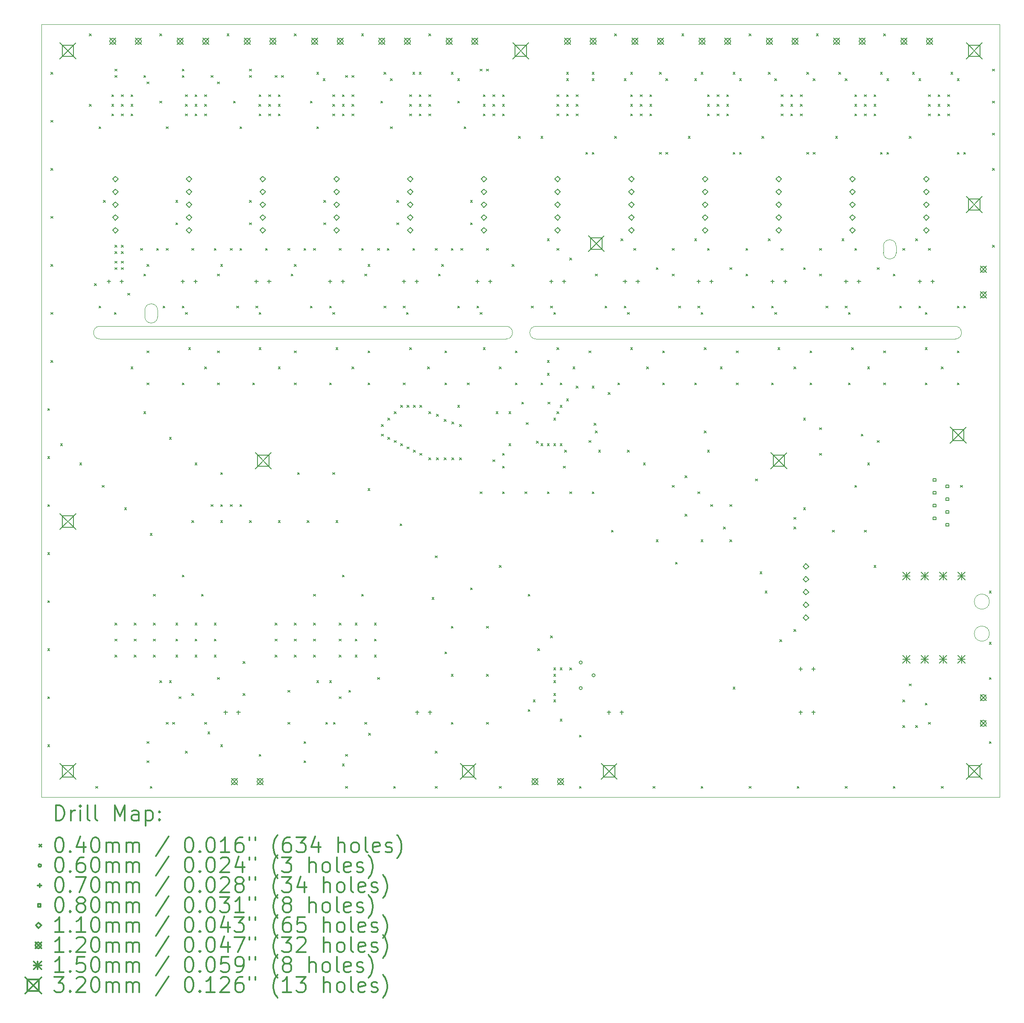
<source format=gbr>
%FSLAX45Y45*%
G04 Gerber Fmt 4.5, Leading zero omitted, Abs format (unit mm)*
G04 Created by KiCad (PCBNEW (5.1.6)-1) date 2023-01-22 15:31:17*
%MOMM*%
%LPD*%
G01*
G04 APERTURE LIST*
%TA.AperFunction,Profile*%
%ADD10C,0.050000*%
%TD*%
%ADD11C,0.200000*%
%ADD12C,0.300000*%
G04 APERTURE END LIST*
D10*
X21082000Y-5143500D02*
X12776200Y-5143500D01*
X21082000Y-5397500D02*
X12776200Y-5397500D01*
X12776200Y-5397500D02*
G75*
G02*
X12776200Y-5143500I0J127000D01*
G01*
X12179300Y-5143500D02*
G75*
G02*
X12179300Y-5397500I0J-127000D01*
G01*
X21763000Y-11239500D02*
G75*
G03*
X21763000Y-11239500I-150000J0D01*
G01*
X21763000Y-10604500D02*
G75*
G03*
X21763000Y-10604500I-150000J0D01*
G01*
X19659600Y-3556000D02*
X19659600Y-3683000D01*
X19659600Y-3556000D02*
G75*
G02*
X19913600Y-3556000I127000J0D01*
G01*
X19913600Y-3683000D02*
G75*
G02*
X19659600Y-3683000I-127000J0D01*
G01*
X19913600Y-3556000D02*
X19913600Y-3683000D01*
X5270500Y-4953000D02*
G75*
G02*
X5016500Y-4953000I-127000J0D01*
G01*
X5016500Y-4826000D02*
G75*
G02*
X5270500Y-4826000I127000J0D01*
G01*
X5270500Y-4953000D02*
X5270500Y-4826000D01*
X5016500Y-4826000D02*
X5016500Y-4953000D01*
X4127500Y-5397500D02*
G75*
G02*
X4127500Y-5143500I0J127000D01*
G01*
X21082000Y-5143500D02*
G75*
G02*
X21082000Y-5397500I0J-127000D01*
G01*
X12179300Y-5397500D02*
X4127500Y-5397500D01*
X4127500Y-5143500D02*
X12179300Y-5143500D01*
X2966500Y-14478000D02*
X21966500Y-14478000D01*
X21966500Y841500D02*
X21966500Y-14478000D01*
X2966500Y841500D02*
X21966500Y841500D01*
X2966500Y841500D02*
X2966500Y-14478000D01*
D11*
X12108500Y-7663500D02*
X12148500Y-7703500D01*
X12148500Y-7663500D02*
X12108500Y-7703500D01*
X16553500Y-742000D02*
X16593500Y-782000D01*
X16593500Y-742000D02*
X16553500Y-782000D01*
X13569000Y-742000D02*
X13609000Y-782000D01*
X13609000Y-742000D02*
X13569000Y-782000D01*
X4425000Y-11346500D02*
X4465000Y-11386500D01*
X4465000Y-11346500D02*
X4425000Y-11386500D01*
X13886500Y-1694500D02*
X13926500Y-1734500D01*
X13926500Y-1694500D02*
X13886500Y-1734500D01*
X9187500Y-11664000D02*
X9227500Y-11704000D01*
X9227500Y-11664000D02*
X9187500Y-11704000D01*
X10622600Y-5949000D02*
X10662600Y-5989000D01*
X10662600Y-5949000D02*
X10622600Y-5989000D01*
X21252500Y-1694500D02*
X21292500Y-1734500D01*
X21292500Y-1694500D02*
X21252500Y-1734500D01*
X12108500Y-932500D02*
X12148500Y-972500D01*
X12148500Y-932500D02*
X12108500Y-972500D01*
X9187500Y-11346500D02*
X9227500Y-11386500D01*
X9227500Y-11346500D02*
X9187500Y-11386500D01*
X10952800Y-7752400D02*
X10992800Y-7792400D01*
X10992800Y-7752400D02*
X10952800Y-7792400D01*
X13124500Y-12553000D02*
X13164500Y-12593000D01*
X13164500Y-12553000D02*
X13124500Y-12593000D01*
X7663500Y-5949000D02*
X7703500Y-5989000D01*
X7703500Y-5949000D02*
X7663500Y-5989000D01*
X10089200Y-6711000D02*
X10129200Y-6751000D01*
X10129200Y-6711000D02*
X10089200Y-6751000D01*
X16045500Y-9378000D02*
X16085500Y-9418000D01*
X16085500Y-9378000D02*
X16045500Y-9418000D01*
X13061000Y-11283000D02*
X13101000Y-11323000D01*
X13101000Y-11283000D02*
X13061000Y-11323000D01*
X4996500Y-4107500D02*
X5036500Y-4147500D01*
X5036500Y-4107500D02*
X4996500Y-4147500D01*
X9708200Y-7092000D02*
X9748200Y-7132000D01*
X9748200Y-7092000D02*
X9708200Y-7132000D01*
X3726500Y-7854000D02*
X3766500Y-7894000D01*
X3766500Y-7854000D02*
X3726500Y-7894000D01*
X4425000Y-3663000D02*
X4465000Y-3703000D01*
X4465000Y-3663000D02*
X4425000Y-3703000D01*
X8565200Y-3091500D02*
X8605200Y-3131500D01*
X8605200Y-3091500D02*
X8565200Y-3131500D01*
X18966500Y-4869500D02*
X19006500Y-4909500D01*
X19006500Y-4869500D02*
X18966500Y-4909500D01*
X8997000Y-170500D02*
X9037000Y-210500D01*
X9037000Y-170500D02*
X8997000Y-210500D01*
X4107500Y-4742500D02*
X4147500Y-4782500D01*
X4147500Y-4742500D02*
X4107500Y-4782500D01*
X14267500Y-9187500D02*
X14307500Y-9227500D01*
X14307500Y-9187500D02*
X14267500Y-9227500D01*
X9835200Y-6965000D02*
X9875200Y-7005000D01*
X9875200Y-6965000D02*
X9835200Y-7005000D01*
X11791000Y-43500D02*
X11831000Y-83500D01*
X11831000Y-43500D02*
X11791000Y-83500D01*
X4425000Y-170500D02*
X4465000Y-210500D01*
X4465000Y-170500D02*
X4425000Y-210500D01*
X5060000Y-13378500D02*
X5100000Y-13418500D01*
X5100000Y-13378500D02*
X5060000Y-13418500D01*
X9886000Y-1186500D02*
X9926000Y-1226500D01*
X9926000Y-1186500D02*
X9886000Y-1226500D01*
X8806500Y-5568000D02*
X8846500Y-5608000D01*
X8846500Y-5568000D02*
X8806500Y-5608000D01*
X6520500Y-3917000D02*
X6560500Y-3957000D01*
X6560500Y-3917000D02*
X6520500Y-3957000D01*
X16680500Y-107000D02*
X16720500Y-147000D01*
X16720500Y-107000D02*
X16680500Y-147000D01*
X14902500Y-7854000D02*
X14942500Y-7894000D01*
X14942500Y-7854000D02*
X14902500Y-7894000D01*
X13886500Y-8425500D02*
X13926500Y-8465500D01*
X13926500Y-8425500D02*
X13886500Y-8465500D01*
X12870500Y-6266500D02*
X12910500Y-6306500D01*
X12910500Y-6266500D02*
X12870500Y-6306500D01*
X8171500Y-3599500D02*
X8211500Y-3639500D01*
X8211500Y-3599500D02*
X8171500Y-3639500D01*
X13950000Y-4107500D02*
X13990000Y-4147500D01*
X13990000Y-4107500D02*
X13950000Y-4147500D01*
X17823500Y-551500D02*
X17863500Y-591500D01*
X17863500Y-551500D02*
X17823500Y-591500D01*
X7600000Y-170500D02*
X7640000Y-210500D01*
X7640000Y-170500D02*
X7600000Y-210500D01*
X8171500Y-13759500D02*
X8211500Y-13799500D01*
X8211500Y-13759500D02*
X8171500Y-13799500D01*
X5631500Y-3091500D02*
X5671500Y-3131500D01*
X5671500Y-3091500D02*
X5631500Y-3131500D01*
X16744000Y-5631500D02*
X16784000Y-5671500D01*
X16784000Y-5631500D02*
X16744000Y-5671500D01*
X19284000Y-551500D02*
X19324000Y-591500D01*
X19324000Y-551500D02*
X19284000Y-591500D01*
X7663500Y-551500D02*
X7703500Y-591500D01*
X7703500Y-551500D02*
X7663500Y-591500D01*
X8425500Y-12172000D02*
X8465500Y-12212000D01*
X8465500Y-12172000D02*
X8425500Y-12212000D01*
X16236000Y-8679500D02*
X16276000Y-8719500D01*
X16276000Y-8679500D02*
X16236000Y-8719500D01*
X21824000Y-43500D02*
X21864000Y-83500D01*
X21864000Y-43500D02*
X21824000Y-83500D01*
X13124500Y-7473000D02*
X13164500Y-7513000D01*
X13164500Y-7473000D02*
X13124500Y-7513000D01*
X4412300Y-4869500D02*
X4452300Y-4909500D01*
X4452300Y-4869500D02*
X4412300Y-4909500D01*
X14458000Y-3409000D02*
X14498000Y-3449000D01*
X14498000Y-3409000D02*
X14458000Y-3449000D01*
X7282500Y-551500D02*
X7322500Y-591500D01*
X7322500Y-551500D02*
X7282500Y-591500D01*
X8870000Y-3599500D02*
X8910000Y-3639500D01*
X8910000Y-3599500D02*
X8870000Y-3639500D01*
X20808000Y-5949000D02*
X20848000Y-5989000D01*
X20848000Y-5949000D02*
X20808000Y-5989000D01*
X11219500Y-678500D02*
X11259500Y-718500D01*
X11259500Y-678500D02*
X11219500Y-718500D01*
X7917500Y-4107500D02*
X7957500Y-4147500D01*
X7957500Y-4107500D02*
X7917500Y-4147500D01*
X7282500Y-932500D02*
X7322500Y-972500D01*
X7322500Y-932500D02*
X7282500Y-972500D01*
X4425000Y-11664000D02*
X4465000Y-11704000D01*
X4465000Y-11664000D02*
X4425000Y-11704000D01*
X16807500Y-1694500D02*
X16847500Y-1734500D01*
X16847500Y-1694500D02*
X16807500Y-1734500D01*
X6012500Y-551500D02*
X6052500Y-591500D01*
X6052500Y-551500D02*
X6012500Y-591500D01*
X19474500Y-9886000D02*
X19514500Y-9926000D01*
X19514500Y-9886000D02*
X19474500Y-9926000D01*
X11791000Y-12997500D02*
X11831000Y-13037500D01*
X11831000Y-12997500D02*
X11791000Y-13037500D01*
X11918000Y-7790500D02*
X11958000Y-7830500D01*
X11958000Y-7790500D02*
X11918000Y-7830500D01*
X9822500Y-3599500D02*
X9862500Y-3639500D01*
X9862500Y-3599500D02*
X9822500Y-3639500D01*
X10457500Y-932500D02*
X10497500Y-972500D01*
X10497500Y-932500D02*
X10457500Y-972500D01*
X5631500Y-11346500D02*
X5671500Y-11386500D01*
X5671500Y-11346500D02*
X5631500Y-11386500D01*
X18395000Y-3599500D02*
X18435000Y-3639500D01*
X18435000Y-3599500D02*
X18395000Y-3639500D01*
X14521500Y-234000D02*
X14561500Y-274000D01*
X14561500Y-234000D02*
X14521500Y-274000D01*
X9568500Y-11664000D02*
X9608500Y-11704000D01*
X9608500Y-11664000D02*
X9568500Y-11704000D01*
X18649000Y-9187500D02*
X18689000Y-9227500D01*
X18689000Y-9187500D02*
X18649000Y-9227500D01*
X9060500Y-12362500D02*
X9100500Y-12402500D01*
X9100500Y-12362500D02*
X9060500Y-12402500D01*
X17950500Y-14267500D02*
X17990500Y-14307500D01*
X17990500Y-14267500D02*
X17950500Y-14307500D01*
X12362500Y-5631500D02*
X12402500Y-5671500D01*
X12402500Y-5631500D02*
X12362500Y-5671500D01*
X14585000Y-4869500D02*
X14625000Y-4909500D01*
X14625000Y-4869500D02*
X14585000Y-4909500D01*
X12997500Y-5822000D02*
X13037500Y-5862000D01*
X13037500Y-5822000D02*
X12997500Y-5862000D01*
X20935000Y-742000D02*
X20975000Y-782000D01*
X20975000Y-742000D02*
X20935000Y-782000D01*
X16363000Y-932500D02*
X16403000Y-972500D01*
X16403000Y-932500D02*
X16363000Y-972500D01*
X12108500Y-551500D02*
X12148500Y-591500D01*
X12148500Y-551500D02*
X12108500Y-591500D01*
X4806000Y-11346500D02*
X4846000Y-11386500D01*
X4846000Y-11346500D02*
X4806000Y-11386500D01*
X16934500Y-3599500D02*
X16974500Y-3639500D01*
X16974500Y-3599500D02*
X16934500Y-3639500D01*
X17379000Y-3409000D02*
X17419000Y-3449000D01*
X17419000Y-3409000D02*
X17379000Y-3449000D01*
X21760500Y-13378500D02*
X21800500Y-13418500D01*
X21800500Y-13378500D02*
X21760500Y-13418500D01*
X19284000Y-9187500D02*
X19324000Y-9227500D01*
X19324000Y-9187500D02*
X19284000Y-9227500D01*
X21824000Y-678500D02*
X21864000Y-718500D01*
X21864000Y-678500D02*
X21824000Y-718500D01*
X14204000Y-6457000D02*
X14244000Y-6497000D01*
X14244000Y-6457000D02*
X14204000Y-6497000D01*
X17061500Y-4742500D02*
X17101500Y-4782500D01*
X17101500Y-4742500D02*
X17061500Y-4782500D01*
X19093500Y-932500D02*
X19133500Y-972500D01*
X19133500Y-932500D02*
X19093500Y-972500D01*
X16363000Y-742000D02*
X16403000Y-782000D01*
X16403000Y-742000D02*
X16363000Y-782000D01*
X8933500Y-742000D02*
X8973500Y-782000D01*
X8973500Y-742000D02*
X8933500Y-782000D01*
X4552000Y-551500D02*
X4592000Y-591500D01*
X4592000Y-551500D02*
X4552000Y-591500D01*
X7981000Y655000D02*
X8021000Y615000D01*
X8021000Y655000D02*
X7981000Y615000D01*
X7600000Y-11029000D02*
X7640000Y-11069000D01*
X7640000Y-11029000D02*
X7600000Y-11069000D01*
X8679500Y-12172000D02*
X8719500Y-12212000D01*
X8719500Y-12172000D02*
X8679500Y-12212000D01*
X18204500Y-5631500D02*
X18244500Y-5671500D01*
X18244500Y-5631500D02*
X18204500Y-5671500D01*
X14521500Y-4742500D02*
X14561500Y-4782500D01*
X14561500Y-4742500D02*
X14521500Y-4782500D01*
X14648500Y-742000D02*
X14688500Y-782000D01*
X14688500Y-742000D02*
X14648500Y-782000D01*
X8933500Y-932500D02*
X8973500Y-972500D01*
X8973500Y-932500D02*
X8933500Y-972500D01*
X8235000Y-8997000D02*
X8275000Y-9037000D01*
X8275000Y-8997000D02*
X8235000Y-9037000D01*
X21760500Y-10394000D02*
X21800500Y-10434000D01*
X21800500Y-10394000D02*
X21760500Y-10434000D01*
X11105200Y-7752400D02*
X11145200Y-7792400D01*
X11145200Y-7752400D02*
X11105200Y-7792400D01*
X20173000Y-1377000D02*
X20213000Y-1417000D01*
X20213000Y-1377000D02*
X20173000Y-1417000D01*
X10711500Y-10521000D02*
X10751500Y-10561000D01*
X10751500Y-10521000D02*
X10711500Y-10561000D01*
X13505500Y-5949000D02*
X13545500Y-5989000D01*
X13545500Y-5949000D02*
X13505500Y-5989000D01*
X13251500Y-11918000D02*
X13291500Y-11958000D01*
X13291500Y-11918000D02*
X13251500Y-11958000D01*
X6203000Y-5949000D02*
X6243000Y-5989000D01*
X6243000Y-5949000D02*
X6203000Y-5989000D01*
X10216200Y-6711000D02*
X10256200Y-6751000D01*
X10256200Y-6711000D02*
X10216200Y-6751000D01*
X7092000Y-8997000D02*
X7132000Y-9037000D01*
X7132000Y-8997000D02*
X7092000Y-9037000D01*
X16617000Y-9378000D02*
X16657000Y-9418000D01*
X16657000Y-9378000D02*
X16617000Y-9418000D01*
X10470200Y-7663500D02*
X10510200Y-7703500D01*
X10510200Y-7663500D02*
X10470200Y-7703500D01*
X7092000Y-3091500D02*
X7132000Y-3131500D01*
X7132000Y-3091500D02*
X7092000Y-3131500D01*
X13124500Y-11918000D02*
X13164500Y-11958000D01*
X13164500Y-11918000D02*
X13124500Y-11958000D01*
X4196400Y-2647000D02*
X4236400Y-2687000D01*
X4236400Y-2647000D02*
X4196400Y-2687000D01*
X11473500Y-2647000D02*
X11513500Y-2687000D01*
X11513500Y-2647000D02*
X11473500Y-2687000D01*
X6457000Y-6266500D02*
X6497000Y-6306500D01*
X6497000Y-6266500D02*
X6457000Y-6306500D01*
X9124000Y-170500D02*
X9164000Y-210500D01*
X9164000Y-170500D02*
X9124000Y-210500D01*
X5060000Y-297500D02*
X5100000Y-337500D01*
X5100000Y-297500D02*
X5060000Y-337500D01*
X4552000Y-3980500D02*
X4592000Y-4020500D01*
X4592000Y-3980500D02*
X4552000Y-4020500D01*
X16680500Y-12299000D02*
X16720500Y-12339000D01*
X16720500Y-12299000D02*
X16680500Y-12339000D01*
X8679500Y-6266500D02*
X8719500Y-6306500D01*
X8719500Y-6266500D02*
X8679500Y-6306500D01*
X11092500Y-107000D02*
X11132500Y-147000D01*
X11132500Y-107000D02*
X11092500Y-147000D01*
X4996500Y-170500D02*
X5036500Y-210500D01*
X5036500Y-170500D02*
X4996500Y-210500D01*
X5949000Y-12426000D02*
X5989000Y-12466000D01*
X5989000Y-12426000D02*
X5949000Y-12466000D01*
X9632000Y-3599500D02*
X9672000Y-3639500D01*
X9672000Y-3599500D02*
X9632000Y-3639500D01*
X9441500Y-6266500D02*
X9481500Y-6306500D01*
X9481500Y-6266500D02*
X9441500Y-6306500D01*
X20998500Y-107000D02*
X21038500Y-147000D01*
X21038500Y-107000D02*
X20998500Y-147000D01*
X19284000Y-932500D02*
X19324000Y-972500D01*
X19324000Y-932500D02*
X19284000Y-972500D01*
X4425000Y-43500D02*
X4465000Y-83500D01*
X4465000Y-43500D02*
X4425000Y-83500D01*
X6965000Y-11791000D02*
X7005000Y-11831000D01*
X7005000Y-11791000D02*
X6965000Y-11831000D01*
X8362000Y-3599500D02*
X8402000Y-3639500D01*
X8402000Y-3599500D02*
X8362000Y-3639500D01*
X11727500Y-5568000D02*
X11767500Y-5608000D01*
X11767500Y-5568000D02*
X11727500Y-5608000D01*
X17506000Y-234000D02*
X17546000Y-274000D01*
X17546000Y-234000D02*
X17506000Y-274000D01*
X17633000Y-742000D02*
X17673000Y-782000D01*
X17673000Y-742000D02*
X17633000Y-782000D01*
X6457000Y-12108500D02*
X6497000Y-12148500D01*
X6497000Y-12108500D02*
X6457000Y-12148500D01*
X18395000Y-4107500D02*
X18435000Y-4147500D01*
X18435000Y-4107500D02*
X18395000Y-4147500D01*
X16998000Y655000D02*
X17038000Y615000D01*
X17038000Y655000D02*
X16998000Y615000D01*
X15283500Y-5631500D02*
X15323500Y-5671500D01*
X15323500Y-5631500D02*
X15283500Y-5671500D01*
X20363500Y-234000D02*
X20403500Y-274000D01*
X20403500Y-234000D02*
X20363500Y-274000D01*
X17823500Y-742000D02*
X17863500Y-782000D01*
X17863500Y-742000D02*
X17823500Y-782000D01*
X7275700Y-742000D02*
X7315700Y-782000D01*
X7315700Y-742000D02*
X7275700Y-782000D01*
X15156500Y-9378000D02*
X15196500Y-9418000D01*
X15196500Y-9378000D02*
X15156500Y-9418000D01*
X21824000Y-2012000D02*
X21864000Y-2052000D01*
X21864000Y-2012000D02*
X21824000Y-2052000D01*
X12578400Y-7053900D02*
X12618400Y-7093900D01*
X12618400Y-7053900D02*
X12578400Y-7093900D01*
X5377500Y-4742500D02*
X5417500Y-4782500D01*
X5417500Y-4742500D02*
X5377500Y-4782500D01*
X15156500Y-3980500D02*
X15196500Y-4020500D01*
X15196500Y-3980500D02*
X15156500Y-4020500D01*
X7473000Y-551500D02*
X7513000Y-591500D01*
X7513000Y-551500D02*
X7473000Y-591500D01*
X11791000Y-3599500D02*
X11831000Y-3639500D01*
X11831000Y-3599500D02*
X11791000Y-3639500D01*
X13188000Y-6838000D02*
X13228000Y-6878000D01*
X13228000Y-6838000D02*
X13188000Y-6878000D01*
X11219500Y-4742500D02*
X11259500Y-4782500D01*
X11259500Y-4742500D02*
X11219500Y-4782500D01*
X7981000Y-3917000D02*
X8021000Y-3957000D01*
X8021000Y-3917000D02*
X7981000Y-3957000D01*
X8743000Y-551500D02*
X8783000Y-591500D01*
X8783000Y-551500D02*
X8743000Y-591500D01*
X7854000Y-12997500D02*
X7894000Y-13037500D01*
X7894000Y-12997500D02*
X7854000Y-13037500D01*
X18268000Y-1694500D02*
X18308000Y-1734500D01*
X18308000Y-1694500D02*
X18268000Y-1734500D01*
X6012500Y-742000D02*
X6052500Y-782000D01*
X6052500Y-742000D02*
X6012500Y-782000D01*
X15537500Y-9822500D02*
X15577500Y-9862500D01*
X15577500Y-9822500D02*
X15537500Y-9862500D01*
X15093000Y-14267500D02*
X15133000Y-14307500D01*
X15133000Y-14267500D02*
X15093000Y-14307500D01*
X13251500Y-7473000D02*
X13291500Y-7513000D01*
X13291500Y-7473000D02*
X13251500Y-7513000D01*
X10203500Y-4869500D02*
X10243500Y-4909500D01*
X10243500Y-4869500D02*
X10203500Y-4909500D01*
X11918000Y-742000D02*
X11958000Y-782000D01*
X11958000Y-742000D02*
X11918000Y-782000D01*
X5187000Y-11664000D02*
X5227000Y-11704000D01*
X5227000Y-11664000D02*
X5187000Y-11704000D01*
X20046000Y-3599500D02*
X20086000Y-3639500D01*
X20086000Y-3599500D02*
X20046000Y-3639500D01*
X16807500Y-234000D02*
X16847500Y-274000D01*
X16847500Y-234000D02*
X16807500Y-274000D01*
X11092500Y-11092500D02*
X11132500Y-11132500D01*
X11132500Y-11092500D02*
X11092500Y-11132500D01*
X19220500Y-7282500D02*
X19260500Y-7322500D01*
X19260500Y-7282500D02*
X19220500Y-7322500D01*
X16998000Y-14267500D02*
X17038000Y-14307500D01*
X17038000Y-14267500D02*
X16998000Y-14307500D01*
X12997500Y-7473000D02*
X13037500Y-7513000D01*
X13037500Y-7473000D02*
X12997500Y-7513000D01*
X18712500Y-1377000D02*
X18752500Y-1417000D01*
X18752500Y-1377000D02*
X18712500Y-1417000D01*
X20744500Y-742000D02*
X20784500Y-782000D01*
X20784500Y-742000D02*
X20744500Y-782000D01*
X14839000Y-551500D02*
X14879000Y-591500D01*
X14879000Y-551500D02*
X14839000Y-591500D01*
X11918000Y-932500D02*
X11958000Y-972500D01*
X11958000Y-932500D02*
X11918000Y-972500D01*
X4361500Y-742000D02*
X4401500Y-782000D01*
X4401500Y-742000D02*
X4361500Y-782000D01*
X20554000Y-3599500D02*
X20594000Y-3639500D01*
X20594000Y-3599500D02*
X20554000Y-3639500D01*
X21125500Y-1694500D02*
X21165500Y-1734500D01*
X21165500Y-1694500D02*
X21125500Y-1734500D01*
X11791000Y-12045000D02*
X11831000Y-12085000D01*
X11831000Y-12045000D02*
X11791000Y-12085000D01*
X18077500Y-6965000D02*
X18117500Y-7005000D01*
X18117500Y-6965000D02*
X18077500Y-7005000D01*
X14331000Y655000D02*
X14371000Y615000D01*
X14371000Y655000D02*
X14331000Y615000D01*
X13010200Y-6647500D02*
X13050200Y-6687500D01*
X13050200Y-6647500D02*
X13010200Y-6687500D01*
X19538000Y-3980500D02*
X19578000Y-4020500D01*
X19578000Y-3980500D02*
X19538000Y-4020500D01*
X12997500Y-6076000D02*
X13037500Y-6116000D01*
X13037500Y-6076000D02*
X12997500Y-6116000D01*
X20554000Y-551500D02*
X20594000Y-591500D01*
X20594000Y-551500D02*
X20554000Y-591500D01*
X16172500Y-742000D02*
X16212500Y-782000D01*
X16212500Y-742000D02*
X16172500Y-782000D01*
X8743000Y-932500D02*
X8783000Y-972500D01*
X8783000Y-932500D02*
X8743000Y-972500D01*
X4806000Y-11029000D02*
X4846000Y-11069000D01*
X4846000Y-11029000D02*
X4806000Y-11069000D01*
X18839500Y-3409000D02*
X18879500Y-3449000D01*
X18879500Y-3409000D02*
X18839500Y-3449000D01*
X10076500Y-9060500D02*
X10116500Y-9100500D01*
X10116500Y-9060500D02*
X10076500Y-9100500D01*
X13950000Y-7219000D02*
X13990000Y-7259000D01*
X13990000Y-7219000D02*
X13950000Y-7259000D01*
X15601000Y-4742500D02*
X15641000Y-4782500D01*
X15641000Y-4742500D02*
X15601000Y-4782500D01*
X13569000Y-932500D02*
X13609000Y-972500D01*
X13609000Y-932500D02*
X13569000Y-972500D01*
X11918000Y-551500D02*
X11958000Y-591500D01*
X11958000Y-551500D02*
X11918000Y-591500D01*
X5187000Y-11346500D02*
X5227000Y-11386500D01*
X5227000Y-11346500D02*
X5187000Y-11386500D01*
X6012500Y-7854000D02*
X6052500Y-7894000D01*
X6052500Y-7854000D02*
X6012500Y-7894000D01*
X11257600Y-7092000D02*
X11297600Y-7132000D01*
X11297600Y-7092000D02*
X11257600Y-7132000D01*
X19982500Y-4742500D02*
X20022500Y-4782500D01*
X20022500Y-4742500D02*
X19982500Y-4782500D01*
X7600000Y-11346500D02*
X7640000Y-11386500D01*
X7640000Y-11346500D02*
X7600000Y-11386500D01*
X11105200Y-7041200D02*
X11145200Y-7081200D01*
X11145200Y-7041200D02*
X11105200Y-7081200D01*
X7981000Y-6266500D02*
X8021000Y-6306500D01*
X8021000Y-6266500D02*
X7981000Y-6306500D01*
X4742500Y-5949000D02*
X4782500Y-5989000D01*
X4782500Y-5949000D02*
X4742500Y-5989000D01*
X5060000Y-5631500D02*
X5100000Y-5671500D01*
X5100000Y-5631500D02*
X5060000Y-5671500D01*
X5949000Y-8997000D02*
X5989000Y-9037000D01*
X5989000Y-8997000D02*
X5949000Y-9037000D01*
X17213900Y-10013000D02*
X17253900Y-10053000D01*
X17253900Y-10013000D02*
X17213900Y-10053000D01*
X10216200Y-7536500D02*
X10256200Y-7576500D01*
X10256200Y-7536500D02*
X10216200Y-7576500D01*
X5441000Y-1186500D02*
X5481000Y-1226500D01*
X5481000Y-1186500D02*
X5441000Y-1226500D01*
X5885500Y-5568000D02*
X5925500Y-5608000D01*
X5925500Y-5568000D02*
X5885500Y-5608000D01*
X4552000Y-3663000D02*
X4592000Y-3703000D01*
X4592000Y-3663000D02*
X4552000Y-3703000D01*
X14013500Y-7600000D02*
X14053500Y-7640000D01*
X14053500Y-7600000D02*
X14013500Y-7640000D01*
X6457000Y-5631500D02*
X6497000Y-5671500D01*
X6497000Y-5631500D02*
X6457000Y-5671500D01*
X9886000Y-234000D02*
X9926000Y-274000D01*
X9926000Y-234000D02*
X9886000Y-274000D01*
X4425000Y-3980500D02*
X4465000Y-4020500D01*
X4465000Y-3980500D02*
X4425000Y-4020500D01*
X21189000Y-8298500D02*
X21229000Y-8338500D01*
X21229000Y-8298500D02*
X21189000Y-8338500D01*
X10965500Y-5631500D02*
X11005500Y-5671500D01*
X11005500Y-5631500D02*
X10965500Y-5671500D01*
X11219500Y-234000D02*
X11259500Y-274000D01*
X11259500Y-234000D02*
X11219500Y-274000D01*
X5758500Y-43500D02*
X5798500Y-83500D01*
X5798500Y-43500D02*
X5758500Y-83500D01*
X6139500Y-10457500D02*
X6179500Y-10497500D01*
X6179500Y-10457500D02*
X6139500Y-10497500D01*
X20173000Y-12235500D02*
X20213000Y-12275500D01*
X20213000Y-12235500D02*
X20173000Y-12275500D01*
X10140000Y-6266500D02*
X10180000Y-6306500D01*
X10180000Y-6266500D02*
X10140000Y-6306500D01*
X5822000Y-4869500D02*
X5862000Y-4909500D01*
X5862000Y-4869500D02*
X5822000Y-4909500D01*
X18141000Y-107000D02*
X18181000Y-147000D01*
X18181000Y-107000D02*
X18141000Y-147000D01*
X17633000Y-551500D02*
X17673000Y-591500D01*
X17673000Y-551500D02*
X17633000Y-591500D01*
X6520500Y-13442000D02*
X6560500Y-13482000D01*
X6560500Y-13442000D02*
X6520500Y-13482000D01*
X6901500Y-3599500D02*
X6941500Y-3639500D01*
X6941500Y-3599500D02*
X6901500Y-3639500D01*
X13823000Y-5631500D02*
X13863000Y-5671500D01*
X13863000Y-5631500D02*
X13823000Y-5671500D01*
X12299000Y-3917000D02*
X12339000Y-3957000D01*
X12339000Y-3917000D02*
X12299000Y-3957000D01*
X19474500Y-742000D02*
X19514500Y-782000D01*
X19514500Y-742000D02*
X19474500Y-782000D01*
X5504500Y-12172000D02*
X5544500Y-12212000D01*
X5544500Y-12172000D02*
X5504500Y-12212000D01*
X19855500Y-4107500D02*
X19895500Y-4147500D01*
X19895500Y-4107500D02*
X19855500Y-4147500D01*
X3091500Y-11537000D02*
X3131500Y-11577000D01*
X3131500Y-11537000D02*
X3091500Y-11577000D01*
X18204500Y-6266500D02*
X18244500Y-6306500D01*
X18244500Y-6266500D02*
X18204500Y-6306500D01*
X18903000Y-234000D02*
X18943000Y-274000D01*
X18943000Y-234000D02*
X18903000Y-274000D01*
X16553500Y-932500D02*
X16593500Y-972500D01*
X16593500Y-932500D02*
X16553500Y-972500D01*
X6203000Y-742000D02*
X6243000Y-782000D01*
X6243000Y-742000D02*
X6203000Y-782000D01*
X7092000Y-43500D02*
X7132000Y-83500D01*
X7132000Y-43500D02*
X7092000Y-83500D01*
X16934500Y-4107500D02*
X16974500Y-4147500D01*
X16974500Y-4107500D02*
X16934500Y-4147500D01*
X5949000Y-3599500D02*
X5989000Y-3639500D01*
X5989000Y-3599500D02*
X5949000Y-3639500D01*
X12235500Y-7473000D02*
X12275500Y-7513000D01*
X12275500Y-7473000D02*
X12235500Y-7513000D01*
X8679500Y-4742500D02*
X8719500Y-4782500D01*
X8719500Y-4742500D02*
X8679500Y-4782500D01*
X5250500Y-3599500D02*
X5290500Y-3639500D01*
X5290500Y-3599500D02*
X5250500Y-3639500D01*
X12045000Y-9886000D02*
X12085000Y-9926000D01*
X12085000Y-9886000D02*
X12045000Y-9926000D01*
X7473000Y-742000D02*
X7513000Y-782000D01*
X7513000Y-742000D02*
X7473000Y-782000D01*
X3155000Y-5822000D02*
X3195000Y-5862000D01*
X3195000Y-5822000D02*
X3155000Y-5862000D01*
X21125500Y-5631500D02*
X21165500Y-5671500D01*
X21165500Y-5631500D02*
X21125500Y-5671500D01*
X15220000Y-1694500D02*
X15260000Y-1734500D01*
X15260000Y-1694500D02*
X15220000Y-1734500D01*
X10648000Y-742000D02*
X10688000Y-782000D01*
X10688000Y-742000D02*
X10648000Y-782000D01*
X6012500Y-11029000D02*
X6052500Y-11069000D01*
X6052500Y-11029000D02*
X6012500Y-11069000D01*
X17633000Y-3599500D02*
X17673000Y-3639500D01*
X17673000Y-3599500D02*
X17633000Y-3639500D01*
X3155000Y-107000D02*
X3195000Y-147000D01*
X3195000Y-107000D02*
X3155000Y-147000D01*
X6012500Y-932500D02*
X6052500Y-972500D01*
X6052500Y-932500D02*
X6012500Y-972500D01*
X17315500Y-10394000D02*
X17355500Y-10434000D01*
X17355500Y-10394000D02*
X17315500Y-10434000D01*
X8603300Y-12997500D02*
X8643300Y-13037500D01*
X8643300Y-12997500D02*
X8603300Y-13037500D01*
X3091500Y-7727000D02*
X3131500Y-7767000D01*
X3131500Y-7727000D02*
X3091500Y-7767000D01*
X13124500Y-6965000D02*
X13164500Y-7005000D01*
X13164500Y-6965000D02*
X13124500Y-7005000D01*
X10902000Y-3917000D02*
X10942000Y-3957000D01*
X10942000Y-3917000D02*
X10902000Y-3957000D01*
X8933500Y-10076500D02*
X8973500Y-10116500D01*
X8973500Y-10076500D02*
X8933500Y-10116500D01*
X20744500Y-932500D02*
X20784500Y-972500D01*
X20784500Y-932500D02*
X20744500Y-972500D01*
X13188000Y-932500D02*
X13228000Y-972500D01*
X13228000Y-932500D02*
X13188000Y-972500D01*
X4552000Y-742000D02*
X4592000Y-782000D01*
X4592000Y-742000D02*
X4552000Y-782000D01*
X8362000Y-11029000D02*
X8402000Y-11069000D01*
X8402000Y-11029000D02*
X8362000Y-11069000D01*
X18077500Y-8743000D02*
X18117500Y-8783000D01*
X18117500Y-8743000D02*
X18077500Y-8783000D01*
X18903000Y-14267500D02*
X18943000Y-14307500D01*
X18943000Y-14267500D02*
X18903000Y-14307500D01*
X13188000Y-5568000D02*
X13228000Y-5608000D01*
X13228000Y-5568000D02*
X13188000Y-5608000D01*
X18522000Y-4742500D02*
X18562000Y-4782500D01*
X18562000Y-4742500D02*
X18522000Y-4782500D01*
X20554000Y-742000D02*
X20594000Y-782000D01*
X20594000Y-742000D02*
X20554000Y-782000D01*
X15029500Y-742000D02*
X15069500Y-782000D01*
X15069500Y-742000D02*
X15029500Y-782000D01*
X11727500Y-932500D02*
X11767500Y-972500D01*
X11767500Y-932500D02*
X11727500Y-972500D01*
X4361500Y-932500D02*
X4401500Y-972500D01*
X4401500Y-932500D02*
X4361500Y-972500D01*
X3917000Y655000D02*
X3957000Y615000D01*
X3957000Y655000D02*
X3917000Y615000D01*
X13759500Y-1694500D02*
X13799500Y-1734500D01*
X13799500Y-1694500D02*
X13759500Y-1734500D01*
X11791000Y-11092500D02*
X11831000Y-11132500D01*
X11831000Y-11092500D02*
X11791000Y-11132500D01*
X19347500Y-5949000D02*
X19387500Y-5989000D01*
X19387500Y-5949000D02*
X19347500Y-5989000D01*
X12680000Y-4742500D02*
X12720000Y-4782500D01*
X12720000Y-4742500D02*
X12680000Y-4782500D01*
X20744500Y-551500D02*
X20784500Y-591500D01*
X20784500Y-551500D02*
X20744500Y-591500D01*
X14648500Y-932500D02*
X14688500Y-972500D01*
X14688500Y-932500D02*
X14648500Y-972500D01*
X10267000Y-742000D02*
X10307000Y-782000D01*
X10307000Y-742000D02*
X10267000Y-782000D01*
X6012500Y-11346500D02*
X6052500Y-11386500D01*
X6052500Y-11346500D02*
X6012500Y-11386500D01*
X10648000Y655000D02*
X10688000Y615000D01*
X10688000Y655000D02*
X10648000Y615000D01*
X8743000Y-8044500D02*
X8783000Y-8084500D01*
X8783000Y-8044500D02*
X8743000Y-8084500D01*
X15982000Y-4742500D02*
X16022000Y-4782500D01*
X16022000Y-4742500D02*
X15982000Y-4782500D01*
X14648500Y-551500D02*
X14688500Y-591500D01*
X14688500Y-551500D02*
X14648500Y-591500D01*
X13188000Y-551500D02*
X13228000Y-591500D01*
X13228000Y-551500D02*
X13188000Y-591500D01*
X6393500Y-11029000D02*
X6433500Y-11069000D01*
X6433500Y-11029000D02*
X6393500Y-11069000D01*
X11092500Y-12045000D02*
X11132500Y-12085000D01*
X11132500Y-12045000D02*
X11092500Y-12085000D01*
X12045000Y-5949000D02*
X12085000Y-5989000D01*
X12085000Y-5949000D02*
X12045000Y-5989000D01*
X20363500Y-4742500D02*
X20403500Y-4782500D01*
X20403500Y-4742500D02*
X20363500Y-4782500D01*
X11092500Y-12997500D02*
X11132500Y-13037500D01*
X11132500Y-12997500D02*
X11092500Y-13037500D01*
X10952800Y-6990400D02*
X10992800Y-7030400D01*
X10992800Y-6990400D02*
X10952800Y-7030400D01*
X13124500Y-12045000D02*
X13164500Y-12085000D01*
X13164500Y-12045000D02*
X13124500Y-12085000D01*
X11664000Y-8425500D02*
X11704000Y-8465500D01*
X11704000Y-8425500D02*
X11664000Y-8465500D01*
X12718100Y-12553000D02*
X12758100Y-12593000D01*
X12758100Y-12553000D02*
X12718100Y-12593000D01*
X6520500Y-8997000D02*
X6560500Y-9037000D01*
X6560500Y-8997000D02*
X6520500Y-9037000D01*
X20554000Y-12997500D02*
X20594000Y-13037500D01*
X20594000Y-12997500D02*
X20554000Y-13037500D01*
X10343200Y-6711000D02*
X10383200Y-6751000D01*
X10383200Y-6711000D02*
X10343200Y-6751000D01*
X3345500Y-7473000D02*
X3385500Y-7513000D01*
X3385500Y-7473000D02*
X3345500Y-7513000D01*
X7092000Y-2647000D02*
X7132000Y-2687000D01*
X7132000Y-2647000D02*
X7092000Y-2687000D01*
X13442000Y-11918000D02*
X13482000Y-11958000D01*
X13482000Y-11918000D02*
X13442000Y-11958000D01*
X5187000Y-10457500D02*
X5227000Y-10497500D01*
X5227000Y-10457500D02*
X5187000Y-10497500D01*
X16172500Y-7600000D02*
X16212500Y-7640000D01*
X16212500Y-7600000D02*
X16172500Y-7640000D01*
X20046000Y-12553000D02*
X20086000Y-12593000D01*
X20086000Y-12553000D02*
X20046000Y-12593000D01*
X13251500Y-12934000D02*
X13291500Y-12974000D01*
X13291500Y-12934000D02*
X13251500Y-12974000D01*
X10457500Y-107000D02*
X10497500Y-147000D01*
X10497500Y-107000D02*
X10457500Y-147000D01*
X5314000Y-12172000D02*
X5354000Y-12212000D01*
X5354000Y-12172000D02*
X5314000Y-12212000D01*
X16490000Y-9124000D02*
X16530000Y-9164000D01*
X16530000Y-9124000D02*
X16490000Y-9164000D01*
X5758500Y-6266500D02*
X5798500Y-6306500D01*
X5798500Y-6266500D02*
X5758500Y-6306500D01*
X13378500Y-107000D02*
X13418500Y-147000D01*
X13418500Y-107000D02*
X13378500Y-147000D01*
X6711000Y-8679500D02*
X6751000Y-8719500D01*
X6751000Y-8679500D02*
X6711000Y-8719500D01*
X16109000Y-7219000D02*
X16149000Y-7259000D01*
X16149000Y-7219000D02*
X16109000Y-7259000D01*
X10267000Y-5568000D02*
X10307000Y-5608000D01*
X10307000Y-5568000D02*
X10267000Y-5608000D01*
X7282500Y-4869500D02*
X7322500Y-4909500D01*
X7322500Y-4869500D02*
X7282500Y-4909500D01*
X5758500Y-10076500D02*
X5798500Y-10116500D01*
X5798500Y-10076500D02*
X5758500Y-10116500D01*
X16045500Y-107000D02*
X16085500Y-147000D01*
X16085500Y-107000D02*
X16045500Y-147000D01*
X18014000Y-742000D02*
X18054000Y-782000D01*
X18054000Y-742000D02*
X18014000Y-782000D01*
X6266500Y-13188000D02*
X6306500Y-13228000D01*
X6306500Y-13188000D02*
X6266500Y-13228000D01*
X15474000Y-4107500D02*
X15514000Y-4147500D01*
X15514000Y-4107500D02*
X15474000Y-4147500D01*
X15283500Y-6266500D02*
X15323500Y-6306500D01*
X15323500Y-6266500D02*
X15283500Y-6306500D01*
X3917000Y-742000D02*
X3957000Y-782000D01*
X3957000Y-742000D02*
X3917000Y-782000D01*
X21125500Y-234000D02*
X21165500Y-274000D01*
X21165500Y-234000D02*
X21125500Y-274000D01*
X19093500Y-551500D02*
X19133500Y-591500D01*
X19133500Y-551500D02*
X19093500Y-591500D01*
X8933500Y-13823000D02*
X8973500Y-13863000D01*
X8973500Y-13823000D02*
X8933500Y-13863000D01*
X4425000Y-3853500D02*
X4465000Y-3893500D01*
X4465000Y-3853500D02*
X4425000Y-3893500D01*
X18331500Y655000D02*
X18371500Y615000D01*
X18371500Y655000D02*
X18331500Y615000D01*
X19665000Y-6266500D02*
X19705000Y-6306500D01*
X19705000Y-6266500D02*
X19665000Y-6306500D01*
X19601500Y-107000D02*
X19641500Y-147000D01*
X19641500Y-107000D02*
X19601500Y-147000D01*
X19284000Y-742000D02*
X19324000Y-782000D01*
X19324000Y-742000D02*
X19284000Y-782000D01*
X6203000Y-932500D02*
X6243000Y-972500D01*
X6243000Y-932500D02*
X6203000Y-972500D01*
X16045500Y-14267500D02*
X16085500Y-14307500D01*
X16085500Y-14267500D02*
X16045500Y-14307500D01*
X19665000Y-5631500D02*
X19705000Y-5671500D01*
X19705000Y-5631500D02*
X19665000Y-5671500D01*
X8743000Y-4869500D02*
X8783000Y-4909500D01*
X8783000Y-4869500D02*
X8743000Y-4909500D01*
X6647500Y655000D02*
X6687500Y615000D01*
X6687500Y655000D02*
X6647500Y615000D01*
X5822000Y-742000D02*
X5862000Y-782000D01*
X5862000Y-742000D02*
X5822000Y-782000D01*
X3091500Y-6774500D02*
X3131500Y-6814500D01*
X3131500Y-6774500D02*
X3091500Y-6814500D01*
X13823000Y-7409500D02*
X13863000Y-7449500D01*
X13863000Y-7409500D02*
X13823000Y-7449500D01*
X11664000Y-4869500D02*
X11704000Y-4909500D01*
X11704000Y-4869500D02*
X11664000Y-4909500D01*
X8298500Y-678500D02*
X8338500Y-718500D01*
X8338500Y-678500D02*
X8298500Y-718500D01*
X11727500Y-742000D02*
X11767500Y-782000D01*
X11767500Y-742000D02*
X11727500Y-782000D01*
X8362000Y-11346500D02*
X8402000Y-11386500D01*
X8402000Y-11346500D02*
X8362000Y-11386500D01*
X13188000Y-3599500D02*
X13228000Y-3639500D01*
X13228000Y-3599500D02*
X13188000Y-3639500D01*
X20300000Y-3409000D02*
X20340000Y-3449000D01*
X20340000Y-3409000D02*
X20300000Y-3449000D01*
X6203000Y-551500D02*
X6243000Y-591500D01*
X6243000Y-551500D02*
X6203000Y-591500D01*
X17887000Y-9124000D02*
X17927000Y-9164000D01*
X17927000Y-9124000D02*
X17887000Y-9164000D01*
X9632000Y-12108500D02*
X9672000Y-12148500D01*
X9672000Y-12108500D02*
X9632000Y-12148500D01*
X3091500Y-8679500D02*
X3131500Y-8719500D01*
X3131500Y-8679500D02*
X3091500Y-8719500D01*
X16426500Y-5949000D02*
X16466500Y-5989000D01*
X16466500Y-5949000D02*
X16426500Y-5989000D01*
X11600500Y-4742500D02*
X11640500Y-4782500D01*
X11640500Y-4742500D02*
X11600500Y-4782500D01*
X20935000Y-932500D02*
X20975000Y-972500D01*
X20975000Y-932500D02*
X20935000Y-972500D01*
X13569000Y-551500D02*
X13609000Y-591500D01*
X13609000Y-551500D02*
X13569000Y-591500D01*
X7854000Y-12362500D02*
X7894000Y-12402500D01*
X7894000Y-12362500D02*
X7854000Y-12402500D01*
X17887000Y-11156000D02*
X17927000Y-11196000D01*
X17927000Y-11156000D02*
X17887000Y-11196000D01*
X10775000Y-9695500D02*
X10815000Y-9735500D01*
X10815000Y-9695500D02*
X10775000Y-9735500D01*
X19093500Y-8298500D02*
X19133500Y-8338500D01*
X19133500Y-8298500D02*
X19093500Y-8338500D01*
X21824000Y-1313500D02*
X21864000Y-1353500D01*
X21864000Y-1313500D02*
X21824000Y-1353500D01*
X12870500Y-7473000D02*
X12910500Y-7513000D01*
X12910500Y-7473000D02*
X12870500Y-7513000D01*
X13124500Y-4869500D02*
X13164500Y-4909500D01*
X13164500Y-4869500D02*
X13124500Y-4909500D01*
X7854000Y-3599500D02*
X7894000Y-3639500D01*
X7894000Y-3599500D02*
X7854000Y-3639500D01*
X16363000Y-551500D02*
X16403000Y-591500D01*
X16403000Y-551500D02*
X16363000Y-591500D01*
X13378500Y-551500D02*
X13418500Y-591500D01*
X13418500Y-551500D02*
X13378500Y-591500D01*
X4742500Y-742000D02*
X4782500Y-782000D01*
X4782500Y-742000D02*
X4742500Y-782000D01*
X9314500Y655000D02*
X9354500Y615000D01*
X9354500Y655000D02*
X9314500Y615000D01*
X4996500Y-6838000D02*
X5036500Y-6878000D01*
X5036500Y-6838000D02*
X4996500Y-6878000D01*
X8171500Y-13378500D02*
X8211500Y-13418500D01*
X8211500Y-13378500D02*
X8171500Y-13418500D01*
X12781600Y-7422200D02*
X12821600Y-7462200D01*
X12821600Y-7422200D02*
X12781600Y-7462200D01*
X17506000Y-4869500D02*
X17546000Y-4909500D01*
X17546000Y-4869500D02*
X17506000Y-4909500D01*
X12108500Y-7917500D02*
X12148500Y-7957500D01*
X12148500Y-7917500D02*
X12108500Y-7957500D01*
X20935000Y-551500D02*
X20975000Y-591500D01*
X20975000Y-551500D02*
X20935000Y-591500D01*
X16172500Y-551500D02*
X16212500Y-591500D01*
X16212500Y-551500D02*
X16172500Y-591500D01*
X8743000Y-742000D02*
X8783000Y-782000D01*
X8783000Y-742000D02*
X8743000Y-782000D01*
X7663500Y-8997000D02*
X7703500Y-9037000D01*
X7703500Y-8997000D02*
X7663500Y-9037000D01*
X19728500Y-1694500D02*
X19768500Y-1734500D01*
X19768500Y-1694500D02*
X19728500Y-1734500D01*
X8997000Y-14267500D02*
X9037000Y-14307500D01*
X9037000Y-14267500D02*
X8997000Y-14307500D01*
X18077500Y-3980500D02*
X18117500Y-4020500D01*
X18117500Y-3980500D02*
X18077500Y-4020500D01*
X15029500Y-932500D02*
X15069500Y-972500D01*
X15069500Y-932500D02*
X15029500Y-972500D01*
X12108500Y-742000D02*
X12148500Y-782000D01*
X12148500Y-742000D02*
X12108500Y-782000D01*
X4806000Y-11664000D02*
X4846000Y-11704000D01*
X4846000Y-11664000D02*
X4806000Y-11704000D01*
X8870000Y-11346500D02*
X8910000Y-11386500D01*
X8910000Y-11346500D02*
X8870000Y-11386500D01*
X11257600Y-7752400D02*
X11297600Y-7792400D01*
X11297600Y-7752400D02*
X11257600Y-7792400D01*
X21125500Y-4742500D02*
X21165500Y-4782500D01*
X21165500Y-4742500D02*
X21125500Y-4782500D01*
X9568500Y-11346500D02*
X9608500Y-11386500D01*
X9608500Y-11346500D02*
X9568500Y-11386500D01*
X10800400Y-6888800D02*
X10840400Y-6928800D01*
X10840400Y-6888800D02*
X10800400Y-6928800D01*
X5441000Y-3599500D02*
X5481000Y-3639500D01*
X5481000Y-3599500D02*
X5441000Y-3639500D01*
X12108500Y-8425500D02*
X12148500Y-8465500D01*
X12148500Y-8425500D02*
X12108500Y-8465500D01*
X12807000Y-11537000D02*
X12847000Y-11577000D01*
X12847000Y-11537000D02*
X12807000Y-11577000D01*
X5123500Y-9251000D02*
X5163500Y-9291000D01*
X5163500Y-9251000D02*
X5123500Y-9291000D01*
X20490500Y-12616500D02*
X20530500Y-12656500D01*
X20530500Y-12616500D02*
X20490500Y-12656500D01*
X10470200Y-6711000D02*
X10510200Y-6751000D01*
X10510200Y-6711000D02*
X10470200Y-6751000D01*
X4615500Y-8743000D02*
X4655500Y-8783000D01*
X4655500Y-8743000D02*
X4615500Y-8783000D01*
X8425500Y-1186500D02*
X8465500Y-1226500D01*
X8465500Y-1186500D02*
X8425500Y-1226500D01*
X13124500Y-12172000D02*
X13164500Y-12212000D01*
X13164500Y-12172000D02*
X13124500Y-12212000D01*
X8425500Y-107000D02*
X8465500Y-147000D01*
X8465500Y-107000D02*
X8425500Y-147000D01*
X8362000Y-10457500D02*
X8402000Y-10497500D01*
X8402000Y-10457500D02*
X8362000Y-10497500D01*
X4552000Y-3853500D02*
X4592000Y-3893500D01*
X4592000Y-3853500D02*
X4552000Y-3893500D01*
X11283000Y-3599500D02*
X11323000Y-3639500D01*
X11323000Y-3599500D02*
X11283000Y-3639500D01*
X5060000Y-6266500D02*
X5100000Y-6306500D01*
X5100000Y-6266500D02*
X5060000Y-6306500D01*
X7727000Y-170500D02*
X7767000Y-210500D01*
X7767000Y-170500D02*
X7727000Y-210500D01*
X6520500Y-8679500D02*
X6560500Y-8719500D01*
X6560500Y-8679500D02*
X6520500Y-8719500D01*
X10013000Y-3091500D02*
X10053000Y-3131500D01*
X10053000Y-3091500D02*
X10013000Y-3131500D01*
X9441500Y-5631500D02*
X9481500Y-5671500D01*
X9481500Y-5631500D02*
X9441500Y-5671500D01*
X5758500Y-4742500D02*
X5798500Y-4782500D01*
X5798500Y-4742500D02*
X5758500Y-4782500D01*
X13886500Y-107000D02*
X13926500Y-147000D01*
X13926500Y-107000D02*
X13886500Y-147000D01*
X6330000Y-170500D02*
X6370000Y-210500D01*
X6370000Y-170500D02*
X6330000Y-210500D01*
X6901500Y-8679500D02*
X6941500Y-8719500D01*
X6941500Y-8679500D02*
X6901500Y-8719500D01*
X10013000Y-2647000D02*
X10053000Y-2687000D01*
X10053000Y-2647000D02*
X10013000Y-2687000D01*
X10965500Y-6266500D02*
X11005500Y-6306500D01*
X11005500Y-6266500D02*
X10965500Y-6306500D01*
X5441000Y-12997500D02*
X5481000Y-13037500D01*
X5481000Y-12997500D02*
X5441000Y-13037500D01*
X15918500Y-234000D02*
X15958500Y-274000D01*
X15958500Y-234000D02*
X15918500Y-274000D01*
X19093500Y-742000D02*
X19133500Y-782000D01*
X19133500Y-742000D02*
X19093500Y-782000D01*
X5822000Y-13569000D02*
X5862000Y-13609000D01*
X5862000Y-13569000D02*
X5822000Y-13609000D01*
X17607600Y-11359200D02*
X17647600Y-11399200D01*
X17647600Y-11359200D02*
X17607600Y-11399200D01*
X15918500Y-6266500D02*
X15958500Y-6306500D01*
X15958500Y-6266500D02*
X15918500Y-6306500D01*
X6774500Y-678500D02*
X6814500Y-718500D01*
X6814500Y-678500D02*
X6774500Y-718500D01*
X16680500Y-1694500D02*
X16720500Y-1734500D01*
X16720500Y-1694500D02*
X16680500Y-1734500D01*
X19474500Y-932500D02*
X19514500Y-972500D01*
X19514500Y-932500D02*
X19474500Y-972500D01*
X9454200Y-13213400D02*
X9494200Y-13253400D01*
X9494200Y-13213400D02*
X9454200Y-13253400D01*
X15156500Y-9378000D02*
X15196500Y-9418000D01*
X15196500Y-9378000D02*
X15156500Y-9418000D01*
X19665000Y655000D02*
X19705000Y615000D01*
X19705000Y655000D02*
X19665000Y615000D01*
X17569500Y-5568000D02*
X17609500Y-5608000D01*
X17609500Y-5568000D02*
X17569500Y-5608000D01*
X19728500Y-234000D02*
X19768500Y-274000D01*
X19768500Y-234000D02*
X19728500Y-274000D01*
X18014000Y-551500D02*
X18054000Y-591500D01*
X18054000Y-551500D02*
X18014000Y-591500D01*
X5822000Y-932500D02*
X5862000Y-972500D01*
X5862000Y-932500D02*
X5822000Y-972500D01*
X15728000Y-8108000D02*
X15768000Y-8148000D01*
X15768000Y-8108000D02*
X15728000Y-8148000D01*
X10330500Y-3599500D02*
X10370500Y-3639500D01*
X10370500Y-3599500D02*
X10330500Y-3639500D01*
X20490500Y-6266500D02*
X20530500Y-6306500D01*
X20530500Y-6266500D02*
X20490500Y-6306500D01*
X9441500Y-3917000D02*
X9481500Y-3957000D01*
X9481500Y-3917000D02*
X9441500Y-3957000D01*
X6838000Y-4742500D02*
X6878000Y-4782500D01*
X6878000Y-4742500D02*
X6838000Y-4782500D01*
X7981000Y-11664000D02*
X8021000Y-11704000D01*
X8021000Y-11664000D02*
X7981000Y-11704000D01*
X3155000Y-1059500D02*
X3195000Y-1099500D01*
X3195000Y-1059500D02*
X3155000Y-1099500D01*
X4552000Y-932500D02*
X4592000Y-972500D01*
X4592000Y-932500D02*
X4552000Y-972500D01*
X5123500Y-14267500D02*
X5163500Y-14307500D01*
X5163500Y-14267500D02*
X5123500Y-14307500D01*
X11981500Y-6838000D02*
X12021500Y-6878000D01*
X12021500Y-6838000D02*
X11981500Y-6878000D01*
X12426000Y-1377000D02*
X12466000Y-1417000D01*
X12466000Y-1377000D02*
X12426000Y-1417000D01*
X8933500Y-551500D02*
X8973500Y-591500D01*
X8973500Y-551500D02*
X8933500Y-591500D01*
X8362000Y-11664000D02*
X8402000Y-11704000D01*
X8402000Y-11664000D02*
X8362000Y-11704000D01*
X10965500Y-11600500D02*
X11005500Y-11640500D01*
X11005500Y-11600500D02*
X10965500Y-11640500D01*
X13378500Y-234000D02*
X13418500Y-274000D01*
X13418500Y-234000D02*
X13378500Y-274000D01*
X18395000Y-7155500D02*
X18435000Y-7195500D01*
X18435000Y-7155500D02*
X18395000Y-7195500D01*
X3091500Y-10584500D02*
X3131500Y-10624500D01*
X3131500Y-10584500D02*
X3091500Y-10624500D01*
X13251500Y-6711000D02*
X13291500Y-6751000D01*
X13291500Y-6711000D02*
X13251500Y-6751000D01*
X9759000Y-4742500D02*
X9799000Y-4782500D01*
X9799000Y-4742500D02*
X9759000Y-4782500D01*
X13315000Y-7917500D02*
X13355000Y-7957500D01*
X13355000Y-7917500D02*
X13315000Y-7957500D01*
X12997500Y-3409000D02*
X13037500Y-3449000D01*
X13037500Y-3409000D02*
X12997500Y-3449000D01*
X10267000Y-551500D02*
X10307000Y-591500D01*
X10307000Y-551500D02*
X10267000Y-591500D01*
X5631500Y-11029000D02*
X5671500Y-11069000D01*
X5671500Y-11029000D02*
X5631500Y-11069000D01*
X15347000Y-1694500D02*
X15387000Y-1734500D01*
X15387000Y-1694500D02*
X15347000Y-1734500D01*
X9441500Y-8362000D02*
X9481500Y-8402000D01*
X9481500Y-8362000D02*
X9441500Y-8402000D01*
X3091500Y-12489500D02*
X3131500Y-12529500D01*
X3131500Y-12489500D02*
X3091500Y-12529500D01*
X16744000Y-6266500D02*
X16784000Y-6306500D01*
X16784000Y-6266500D02*
X16744000Y-6306500D01*
X14140500Y-4742500D02*
X14180500Y-4782500D01*
X14180500Y-4742500D02*
X14140500Y-4782500D01*
X9314500Y-3599500D02*
X9354500Y-3639500D01*
X9354500Y-3599500D02*
X9314500Y-3639500D01*
X14839000Y-932500D02*
X14879000Y-972500D01*
X14879000Y-932500D02*
X14839000Y-972500D01*
X10648000Y-932500D02*
X10688000Y-972500D01*
X10688000Y-932500D02*
X10648000Y-972500D01*
X4742500Y-932500D02*
X4782500Y-972500D01*
X4782500Y-932500D02*
X4742500Y-972500D01*
X14712000Y-3599500D02*
X14752000Y-3639500D01*
X14752000Y-3599500D02*
X14712000Y-3639500D01*
X3155000Y-4869500D02*
X3195000Y-4909500D01*
X3195000Y-4869500D02*
X3155000Y-4909500D01*
X11473500Y-10330500D02*
X11513500Y-10370500D01*
X11513500Y-10330500D02*
X11473500Y-10370500D01*
X8997000Y-13632500D02*
X9037000Y-13672500D01*
X9037000Y-13632500D02*
X8997000Y-13672500D01*
X14966000Y-5949000D02*
X15006000Y-5989000D01*
X15006000Y-5949000D02*
X14966000Y-5989000D01*
X13061000Y-4742500D02*
X13101000Y-4782500D01*
X13101000Y-4742500D02*
X13061000Y-4782500D01*
X20554000Y-932500D02*
X20594000Y-972500D01*
X20594000Y-932500D02*
X20554000Y-972500D01*
X16172500Y-932500D02*
X16212500Y-972500D01*
X16212500Y-932500D02*
X16172500Y-972500D01*
X10648000Y-551500D02*
X10688000Y-591500D01*
X10688000Y-551500D02*
X10648000Y-591500D01*
X4361500Y-551500D02*
X4401500Y-591500D01*
X4401500Y-551500D02*
X4361500Y-591500D01*
X16617000Y-8679500D02*
X16657000Y-8719500D01*
X16657000Y-8679500D02*
X16617000Y-8719500D01*
X6520500Y-8044500D02*
X6560500Y-8084500D01*
X6560500Y-8044500D02*
X6520500Y-8084500D01*
X17252000Y-1377000D02*
X17292000Y-1417000D01*
X17292000Y-1377000D02*
X17252000Y-1417000D01*
X13378500Y-742000D02*
X13418500Y-782000D01*
X13418500Y-742000D02*
X13378500Y-782000D01*
X7600000Y-11664000D02*
X7640000Y-11704000D01*
X7640000Y-11664000D02*
X7600000Y-11704000D01*
X9568500Y-11029000D02*
X9608500Y-11069000D01*
X9608500Y-11029000D02*
X9568500Y-11069000D01*
X10800400Y-7752400D02*
X10840400Y-7792400D01*
X10840400Y-7752400D02*
X10800400Y-7792400D01*
X21252500Y-4742500D02*
X21292500Y-4782500D01*
X21292500Y-4742500D02*
X21252500Y-4782500D01*
X9187500Y-11029000D02*
X9227500Y-11069000D01*
X9227500Y-11029000D02*
X9187500Y-11069000D01*
X10648000Y-6838000D02*
X10688000Y-6878000D01*
X10688000Y-6838000D02*
X10648000Y-6878000D01*
X9835200Y-7346000D02*
X9875200Y-7386000D01*
X9875200Y-7346000D02*
X9835200Y-7386000D01*
X12553000Y-8425500D02*
X12593000Y-8465500D01*
X12593000Y-8425500D02*
X12553000Y-8465500D01*
X9962200Y-6838000D02*
X10002200Y-6878000D01*
X10002200Y-6838000D02*
X9962200Y-6878000D01*
X4171000Y-8298500D02*
X4211000Y-8338500D01*
X4211000Y-8298500D02*
X4171000Y-8338500D01*
X20300000Y-13061000D02*
X20340000Y-13101000D01*
X20340000Y-13061000D02*
X20300000Y-13101000D01*
X10343200Y-7600000D02*
X10383200Y-7640000D01*
X10383200Y-7600000D02*
X10343200Y-7640000D01*
X6901500Y-1186500D02*
X6941500Y-1226500D01*
X6941500Y-1186500D02*
X6901500Y-1226500D01*
X13124500Y-12426000D02*
X13164500Y-12466000D01*
X13164500Y-12426000D02*
X13124500Y-12466000D01*
X10330500Y-107000D02*
X10370500Y-147000D01*
X10370500Y-107000D02*
X10330500Y-147000D01*
X4679000Y-4488500D02*
X4719000Y-4528500D01*
X4719000Y-4488500D02*
X4679000Y-4528500D01*
X4107500Y-1186500D02*
X4147500Y-1226500D01*
X4147500Y-1186500D02*
X4107500Y-1226500D01*
X20490500Y-4869500D02*
X20530500Y-4909500D01*
X20530500Y-4869500D02*
X20490500Y-4909500D01*
X9759000Y-107000D02*
X9799000Y-147000D01*
X9799000Y-107000D02*
X9759000Y-147000D01*
X7282500Y-13632500D02*
X7322500Y-13672500D01*
X7322500Y-13632500D02*
X7282500Y-13672500D01*
X13569000Y-6330000D02*
X13609000Y-6370000D01*
X13609000Y-6330000D02*
X13569000Y-6370000D01*
X7155500Y-6266500D02*
X7195500Y-6306500D01*
X7195500Y-6266500D02*
X7155500Y-6306500D01*
X13886500Y-234000D02*
X13926500Y-274000D01*
X13926500Y-234000D02*
X13886500Y-274000D01*
X5060000Y-13759500D02*
X5100000Y-13799500D01*
X5100000Y-13759500D02*
X5060000Y-13799500D01*
X15474000Y-8298500D02*
X15514000Y-8338500D01*
X15514000Y-8298500D02*
X15474000Y-8338500D01*
X12362500Y-6266500D02*
X12402500Y-6306500D01*
X12402500Y-6266500D02*
X12362500Y-6306500D01*
X5060000Y-3917000D02*
X5100000Y-3957000D01*
X5100000Y-3917000D02*
X5060000Y-3957000D01*
X18268000Y-234000D02*
X18308000Y-274000D01*
X18308000Y-234000D02*
X18268000Y-274000D01*
X17633000Y-932500D02*
X17673000Y-972500D01*
X17673000Y-932500D02*
X17633000Y-972500D01*
X6965000Y-12426000D02*
X7005000Y-12466000D01*
X7005000Y-12426000D02*
X6965000Y-12466000D01*
X20046000Y-13061000D02*
X20086000Y-13101000D01*
X20086000Y-13061000D02*
X20046000Y-13101000D01*
X14648500Y-5568000D02*
X14688500Y-5608000D01*
X14688500Y-5568000D02*
X14648500Y-5608000D01*
X7219000Y-4742500D02*
X7259000Y-4782500D01*
X7259000Y-4742500D02*
X7219000Y-4782500D01*
X20236500Y-107000D02*
X20276500Y-147000D01*
X20276500Y-107000D02*
X20236500Y-147000D01*
X17823500Y-932500D02*
X17863500Y-972500D01*
X17863500Y-932500D02*
X17823500Y-972500D01*
X7092000Y-170500D02*
X7132000Y-210500D01*
X7132000Y-170500D02*
X7092000Y-210500D01*
X8755700Y-12997500D02*
X8795700Y-13037500D01*
X8795700Y-12997500D02*
X8755700Y-13037500D01*
X14585000Y-7600000D02*
X14625000Y-7640000D01*
X14625000Y-7600000D02*
X14585000Y-7640000D01*
X4044000Y-14267500D02*
X4084000Y-14307500D01*
X4084000Y-14267500D02*
X4044000Y-14307500D01*
X17442500Y-6266500D02*
X17482500Y-6306500D01*
X17482500Y-6266500D02*
X17442500Y-6306500D01*
X5568000Y-12997500D02*
X5608000Y-13037500D01*
X5608000Y-12997500D02*
X5568000Y-13037500D01*
X7663500Y-742000D02*
X7703500Y-782000D01*
X7703500Y-742000D02*
X7663500Y-782000D01*
X21824000Y-3536000D02*
X21864000Y-3576000D01*
X21864000Y-3536000D02*
X21824000Y-3576000D01*
X12489500Y-6647500D02*
X12529500Y-6687500D01*
X12529500Y-6647500D02*
X12489500Y-6687500D01*
X11092500Y-3599500D02*
X11132500Y-3639500D01*
X11132500Y-3599500D02*
X11092500Y-3639500D01*
X6711000Y-3599500D02*
X6751000Y-3639500D01*
X6751000Y-3599500D02*
X6711000Y-3639500D01*
X8806500Y-8997000D02*
X8846500Y-9037000D01*
X8846500Y-8997000D02*
X8806500Y-9037000D01*
X15791500Y-1377000D02*
X15831500Y-1417000D01*
X15831500Y-1377000D02*
X15791500Y-1417000D01*
X7473000Y-932500D02*
X7513000Y-972500D01*
X7513000Y-932500D02*
X7473000Y-972500D01*
X15982000Y-8425500D02*
X16022000Y-8465500D01*
X16022000Y-8425500D02*
X15982000Y-8465500D01*
X20808000Y-14267500D02*
X20848000Y-14307500D01*
X20848000Y-14267500D02*
X20808000Y-14307500D01*
X21125500Y-6266500D02*
X21165500Y-6306500D01*
X21165500Y-6266500D02*
X21125500Y-6306500D01*
X14331000Y-1377000D02*
X14371000Y-1417000D01*
X14371000Y-1377000D02*
X14331000Y-1417000D01*
X9124000Y-551500D02*
X9164000Y-591500D01*
X9164000Y-551500D02*
X9124000Y-591500D01*
X6393500Y-11346500D02*
X6433500Y-11386500D01*
X6433500Y-11346500D02*
X6393500Y-11386500D01*
X15474000Y-3599500D02*
X15514000Y-3639500D01*
X15514000Y-3599500D02*
X15474000Y-3639500D01*
X14648500Y-107000D02*
X14688500Y-147000D01*
X14688500Y-107000D02*
X14648500Y-147000D01*
X21760500Y-11410000D02*
X21800500Y-11450000D01*
X21800500Y-11410000D02*
X21760500Y-11450000D01*
X17887000Y-8933500D02*
X17927000Y-8973500D01*
X17927000Y-8933500D02*
X17887000Y-8973500D01*
X3091500Y-13442000D02*
X3131500Y-13482000D01*
X3131500Y-13442000D02*
X3091500Y-13482000D01*
X12235500Y-6838000D02*
X12275500Y-6878000D01*
X12275500Y-6838000D02*
X12235500Y-6878000D01*
X10140000Y-4742500D02*
X10180000Y-4782500D01*
X10180000Y-4742500D02*
X10140000Y-4782500D01*
X10838500Y-4107500D02*
X10878500Y-4147500D01*
X10878500Y-4107500D02*
X10838500Y-4147500D01*
X10457500Y-551500D02*
X10497500Y-591500D01*
X10497500Y-551500D02*
X10457500Y-591500D01*
X4425000Y-11029000D02*
X4465000Y-11069000D01*
X4465000Y-11029000D02*
X4425000Y-11069000D01*
X15918500Y-3409000D02*
X15958500Y-3449000D01*
X15958500Y-3409000D02*
X15918500Y-3449000D01*
X21760500Y-12108500D02*
X21800500Y-12148500D01*
X21800500Y-12108500D02*
X21760500Y-12148500D01*
X19538000Y-7409500D02*
X19578000Y-7449500D01*
X19578000Y-7409500D02*
X19538000Y-7449500D01*
X3091500Y-9632000D02*
X3131500Y-9672000D01*
X3131500Y-9632000D02*
X3091500Y-9672000D01*
X14394500Y-6266500D02*
X14434500Y-6306500D01*
X14434500Y-6266500D02*
X14394500Y-6306500D01*
X17442500Y-4742500D02*
X17482500Y-4782500D01*
X17482500Y-4742500D02*
X17442500Y-4782500D01*
X9378000Y-4107500D02*
X9418000Y-4147500D01*
X9418000Y-4107500D02*
X9378000Y-4147500D01*
X15029500Y-551500D02*
X15069500Y-591500D01*
X15069500Y-551500D02*
X15029500Y-591500D01*
X10457500Y-742000D02*
X10497500Y-782000D01*
X10497500Y-742000D02*
X10457500Y-782000D01*
X5631500Y-11664000D02*
X5671500Y-11704000D01*
X5671500Y-11664000D02*
X5631500Y-11704000D01*
X16172500Y-3599500D02*
X16212500Y-3639500D01*
X16212500Y-3599500D02*
X16172500Y-3639500D01*
X12616500Y-10457500D02*
X12656500Y-10497500D01*
X12656500Y-10457500D02*
X12616500Y-10497500D01*
X8870000Y-11664000D02*
X8910000Y-11704000D01*
X8910000Y-11664000D02*
X8870000Y-11704000D01*
X9378000Y-12997500D02*
X9418000Y-13037500D01*
X9418000Y-12997500D02*
X9378000Y-13037500D01*
X19030000Y-5568000D02*
X19070000Y-5608000D01*
X19070000Y-5568000D02*
X19030000Y-5608000D01*
X13442000Y-3790000D02*
X13482000Y-3830000D01*
X13482000Y-3790000D02*
X13442000Y-3830000D01*
X4933000Y-3599500D02*
X4973000Y-3639500D01*
X4973000Y-3599500D02*
X4933000Y-3639500D01*
X16553500Y-551500D02*
X16593500Y-591500D01*
X16593500Y-551500D02*
X16553500Y-591500D01*
X11727500Y-551500D02*
X11767500Y-591500D01*
X11767500Y-551500D02*
X11727500Y-591500D01*
X4742500Y-551500D02*
X4782500Y-591500D01*
X4782500Y-551500D02*
X4742500Y-591500D01*
X3155000Y-2012000D02*
X3195000Y-2052000D01*
X3195000Y-2012000D02*
X3155000Y-2052000D01*
X7981000Y-11029000D02*
X8021000Y-11069000D01*
X8021000Y-11029000D02*
X7981000Y-11069000D01*
X18141000Y-1694500D02*
X18181000Y-1734500D01*
X18181000Y-1694500D02*
X18141000Y-1734500D01*
X13378500Y-932500D02*
X13418500Y-972500D01*
X13418500Y-932500D02*
X13378500Y-972500D01*
X9949500Y-14267500D02*
X9989500Y-14307500D01*
X9989500Y-14267500D02*
X9949500Y-14307500D01*
X10648000Y-7752400D02*
X10688000Y-7792400D01*
X10688000Y-7752400D02*
X10648000Y-7792400D01*
X12616500Y-12743500D02*
X12656500Y-12783500D01*
X12656500Y-12743500D02*
X12616500Y-12783500D01*
X10775000Y-14267500D02*
X10815000Y-14307500D01*
X10815000Y-14267500D02*
X10775000Y-14307500D01*
X9124000Y-5949000D02*
X9164000Y-5989000D01*
X9164000Y-5949000D02*
X9124000Y-5989000D01*
X7282500Y-5568000D02*
X7322500Y-5608000D01*
X7322500Y-5568000D02*
X7282500Y-5608000D01*
X13442000Y-8425500D02*
X13482000Y-8465500D01*
X13482000Y-8425500D02*
X13442000Y-8465500D01*
X13632500Y-13251500D02*
X13672500Y-13291500D01*
X13672500Y-13251500D02*
X13632500Y-13291500D01*
X10775000Y-13569000D02*
X10815000Y-13609000D01*
X10815000Y-13569000D02*
X10775000Y-13609000D01*
X5631500Y-2647000D02*
X5671500Y-2687000D01*
X5671500Y-2647000D02*
X5631500Y-2687000D01*
X9962200Y-7409500D02*
X10002200Y-7449500D01*
X10002200Y-7409500D02*
X9962200Y-7449500D01*
X4552000Y-3536000D02*
X4592000Y-3576000D01*
X4592000Y-3536000D02*
X4552000Y-3576000D01*
X8565200Y-2647000D02*
X8605200Y-2687000D01*
X8605200Y-2647000D02*
X8565200Y-2687000D01*
X9708200Y-7282500D02*
X9748200Y-7322500D01*
X9748200Y-7282500D02*
X9708200Y-7322500D01*
X8552500Y-234000D02*
X8592500Y-274000D01*
X8592500Y-234000D02*
X8552500Y-274000D01*
X4018600Y-4298000D02*
X4058600Y-4338000D01*
X4058600Y-4298000D02*
X4018600Y-4338000D01*
X4425000Y-3536000D02*
X4465000Y-3576000D01*
X4465000Y-3536000D02*
X4425000Y-3576000D01*
X10089200Y-7473000D02*
X10129200Y-7513000D01*
X10129200Y-7473000D02*
X10089200Y-7513000D01*
X11664000Y-43500D02*
X11704000Y-83500D01*
X11704000Y-43500D02*
X11664000Y-83500D01*
X6457000Y-297500D02*
X6497000Y-337500D01*
X6497000Y-297500D02*
X6457000Y-337500D01*
X5695000Y-12489500D02*
X5735000Y-12529500D01*
X5735000Y-12489500D02*
X5695000Y-12529500D01*
X13886500Y-6330000D02*
X13926500Y-6370000D01*
X13926500Y-6330000D02*
X13886500Y-6370000D01*
X7981000Y-5631500D02*
X8021000Y-5671500D01*
X8021000Y-5631500D02*
X7981000Y-5671500D01*
X5314000Y-678500D02*
X5354000Y-718500D01*
X5354000Y-678500D02*
X5314000Y-718500D01*
X15347000Y-234000D02*
X15387000Y-274000D01*
X15387000Y-234000D02*
X15347000Y-274000D01*
X6330000Y-8679500D02*
X6370000Y-8719500D01*
X6370000Y-8679500D02*
X6330000Y-8719500D01*
X12997500Y-8425500D02*
X13037500Y-8465500D01*
X13037500Y-8425500D02*
X12997500Y-8465500D01*
X11410000Y-6266500D02*
X11450000Y-6306500D01*
X11450000Y-6266500D02*
X11410000Y-6306500D01*
X6457000Y-4107500D02*
X6497000Y-4147500D01*
X6497000Y-4107500D02*
X6457000Y-4147500D01*
X17379000Y-107000D02*
X17419000Y-147000D01*
X17419000Y-107000D02*
X17379000Y-147000D01*
X19474500Y-551500D02*
X19514500Y-591500D01*
X19514500Y-551500D02*
X19474500Y-591500D01*
X5758500Y-170500D02*
X5798500Y-210500D01*
X5798500Y-170500D02*
X5758500Y-210500D01*
X6203000Y-12997500D02*
X6243000Y-13037500D01*
X6243000Y-12997500D02*
X6203000Y-13037500D01*
X11346500Y-1186500D02*
X11386500Y-1226500D01*
X11386500Y-1186500D02*
X11346500Y-1226500D01*
X16109000Y-5568000D02*
X16149000Y-5608000D01*
X16149000Y-5568000D02*
X16109000Y-5608000D01*
X18776000Y-107000D02*
X18816000Y-147000D01*
X18816000Y-107000D02*
X18776000Y-147000D01*
X18014000Y-932500D02*
X18054000Y-972500D01*
X18054000Y-932500D02*
X18014000Y-972500D01*
X8870000Y-12489500D02*
X8910000Y-12529500D01*
X8910000Y-12489500D02*
X8870000Y-12529500D01*
X11473500Y-3091500D02*
X11513500Y-3131500D01*
X11513500Y-3091500D02*
X11473500Y-3131500D01*
X12045000Y-14267500D02*
X12085000Y-14307500D01*
X12085000Y-14267500D02*
X12045000Y-14307500D01*
X18966500Y-6266500D02*
X19006500Y-6306500D01*
X19006500Y-6266500D02*
X18966500Y-6306500D01*
X3155000Y-3917000D02*
X3195000Y-3957000D01*
X3195000Y-3917000D02*
X3155000Y-3957000D01*
X7663500Y-932500D02*
X7703500Y-972500D01*
X7703500Y-932500D02*
X7663500Y-972500D01*
X15728000Y-8870000D02*
X15768000Y-8910000D01*
X15768000Y-8870000D02*
X15728000Y-8910000D01*
X7409500Y-3599500D02*
X7449500Y-3639500D01*
X7449500Y-3599500D02*
X7409500Y-3639500D01*
X13924600Y-7066600D02*
X13964600Y-7106600D01*
X13964600Y-7066600D02*
X13924600Y-7106600D01*
X12870500Y-1377000D02*
X12910500Y-1417000D01*
X12910500Y-1377000D02*
X12870500Y-1417000D01*
X8298500Y-4742500D02*
X8338500Y-4782500D01*
X8338500Y-4742500D02*
X8298500Y-4782500D01*
X9124000Y-742000D02*
X9164000Y-782000D01*
X9164000Y-742000D02*
X9124000Y-782000D01*
X7981000Y-11346500D02*
X8021000Y-11386500D01*
X8021000Y-11346500D02*
X7981000Y-11386500D01*
X19601500Y-1694500D02*
X19641500Y-1734500D01*
X19641500Y-1694500D02*
X19601500Y-1734500D01*
X5822000Y-551500D02*
X5862000Y-591500D01*
X5862000Y-551500D02*
X5822000Y-591500D01*
X18395000Y-7663500D02*
X18435000Y-7703500D01*
X18435000Y-7663500D02*
X18395000Y-7703500D01*
X13632500Y-14267500D02*
X13672500Y-14307500D01*
X13672500Y-14267500D02*
X13632500Y-14307500D01*
X13378500Y-6584000D02*
X13418500Y-6624000D01*
X13418500Y-6584000D02*
X13378500Y-6624000D01*
X9695500Y-678500D02*
X9735500Y-718500D01*
X9735500Y-678500D02*
X9695500Y-718500D01*
X9124000Y-932500D02*
X9164000Y-972500D01*
X9164000Y-932500D02*
X9124000Y-972500D01*
X6393500Y-11664000D02*
X6433500Y-11704000D01*
X6433500Y-11664000D02*
X6393500Y-11704000D01*
X11219500Y-6711000D02*
X11259500Y-6751000D01*
X11259500Y-6711000D02*
X11219500Y-6751000D01*
X15220000Y-107000D02*
X15260000Y-147000D01*
X15260000Y-107000D02*
X15220000Y-147000D01*
X8044500Y-8044500D02*
X8084500Y-8084500D01*
X8084500Y-8044500D02*
X8044500Y-8084500D01*
X17125000Y-8171500D02*
X17165000Y-8211500D01*
X17165000Y-8171500D02*
X17125000Y-8211500D01*
X19855500Y-14267500D02*
X19895500Y-14307500D01*
X19895500Y-14267500D02*
X19855500Y-14307500D01*
X13251500Y-6266500D02*
X13291500Y-6306500D01*
X13291500Y-6266500D02*
X13251500Y-6306500D01*
X16617000Y-3980500D02*
X16657000Y-4020500D01*
X16657000Y-3980500D02*
X16617000Y-4020500D01*
X10775000Y-3599500D02*
X10815000Y-3639500D01*
X10815000Y-3599500D02*
X10775000Y-3639500D01*
X10267000Y-932500D02*
X10307000Y-972500D01*
X10307000Y-932500D02*
X10267000Y-972500D01*
X6012500Y-11664000D02*
X6052500Y-11704000D01*
X6052500Y-11664000D02*
X6012500Y-11704000D01*
X19093500Y-3599500D02*
X19133500Y-3639500D01*
X19133500Y-3599500D02*
X19093500Y-3639500D01*
X5314000Y655000D02*
X5354000Y615000D01*
X5354000Y655000D02*
X5314000Y615000D01*
X5504500Y-7346000D02*
X5544500Y-7386000D01*
X5544500Y-7346000D02*
X5504500Y-7386000D01*
X19347500Y-7854000D02*
X19387500Y-7894000D01*
X19387500Y-7854000D02*
X19347500Y-7894000D01*
X15664500Y655000D02*
X15704500Y615000D01*
X15704500Y655000D02*
X15664500Y615000D01*
X20490500Y-5568000D02*
X20530500Y-5608000D01*
X20530500Y-5568000D02*
X20490500Y-5608000D01*
X18903000Y-4742500D02*
X18943000Y-4782500D01*
X18943000Y-4742500D02*
X18903000Y-4782500D01*
X13340400Y-7600000D02*
X13380400Y-7640000D01*
X13380400Y-7600000D02*
X13340400Y-7640000D01*
X6393500Y-3599500D02*
X6433500Y-3639500D01*
X6433500Y-3599500D02*
X6393500Y-3639500D01*
X14839000Y-742000D02*
X14879000Y-782000D01*
X14879000Y-742000D02*
X14839000Y-782000D01*
X13188000Y-742000D02*
X13228000Y-782000D01*
X13228000Y-742000D02*
X13188000Y-782000D01*
X5187000Y-11029000D02*
X5227000Y-11069000D01*
X5227000Y-11029000D02*
X5187000Y-11069000D01*
X3155000Y-2964500D02*
X3195000Y-3004500D01*
X3195000Y-2964500D02*
X3155000Y-3004500D01*
X8870000Y-11029000D02*
X8910000Y-11069000D01*
X8910000Y-11029000D02*
X8870000Y-11069000D01*
X9314500Y-10457500D02*
X9354500Y-10497500D01*
X9354500Y-10457500D02*
X9314500Y-10497500D01*
X17887000Y-5949000D02*
X17927000Y-5989000D01*
X17927000Y-5949000D02*
X17887000Y-5989000D01*
X16045500Y-4869500D02*
X16085500Y-4909500D01*
X16085500Y-4869500D02*
X16045500Y-4909500D01*
X13688850Y-11811000D02*
G75*
G03*
X13688850Y-11811000I-30000J0D01*
G01*
X13688850Y-12319000D02*
G75*
G03*
X13688850Y-12319000I-30000J0D01*
G01*
X13944120Y-12065000D02*
G75*
G03*
X13944120Y-12065000I-30000J0D01*
G01*
X14219400Y-12765000D02*
X14219400Y-12835000D01*
X14184400Y-12800000D02*
X14254400Y-12800000D01*
X14473400Y-12765000D02*
X14473400Y-12835000D01*
X14438400Y-12800000D02*
X14508400Y-12800000D01*
X10419400Y-12765000D02*
X10419400Y-12835000D01*
X10384400Y-12800000D02*
X10454400Y-12800000D01*
X10673400Y-12765000D02*
X10673400Y-12835000D01*
X10638400Y-12800000D02*
X10708400Y-12800000D01*
X6619400Y-12765000D02*
X6619400Y-12835000D01*
X6584400Y-12800000D02*
X6654400Y-12800000D01*
X6873400Y-12765000D02*
X6873400Y-12835000D01*
X6838400Y-12800000D02*
X6908400Y-12800000D01*
X7228609Y-4219500D02*
X7228609Y-4289500D01*
X7193609Y-4254500D02*
X7263609Y-4254500D01*
X7482609Y-4219500D02*
X7482609Y-4289500D01*
X7447609Y-4254500D02*
X7517609Y-4254500D01*
X20383500Y-4219500D02*
X20383500Y-4289500D01*
X20348500Y-4254500D02*
X20418500Y-4254500D01*
X20637500Y-4219500D02*
X20637500Y-4289500D01*
X20602500Y-4254500D02*
X20672500Y-4254500D01*
X13075227Y-4219500D02*
X13075227Y-4289500D01*
X13040227Y-4254500D02*
X13110227Y-4254500D01*
X13329227Y-4219500D02*
X13329227Y-4289500D01*
X13294227Y-4254500D02*
X13364227Y-4254500D01*
X4305300Y-4219500D02*
X4305300Y-4289500D01*
X4270300Y-4254500D02*
X4340300Y-4254500D01*
X4559300Y-4219500D02*
X4559300Y-4289500D01*
X4524300Y-4254500D02*
X4594300Y-4254500D01*
X15998536Y-4219500D02*
X15998536Y-4289500D01*
X15963536Y-4254500D02*
X16033536Y-4254500D01*
X16252536Y-4219500D02*
X16252536Y-4289500D01*
X16217536Y-4254500D02*
X16287536Y-4254500D01*
X17460191Y-4219500D02*
X17460191Y-4289500D01*
X17425191Y-4254500D02*
X17495191Y-4254500D01*
X17714191Y-4219500D02*
X17714191Y-4289500D01*
X17679191Y-4254500D02*
X17749191Y-4254500D01*
X8690264Y-4219500D02*
X8690264Y-4289500D01*
X8655264Y-4254500D02*
X8725264Y-4254500D01*
X8944264Y-4219500D02*
X8944264Y-4289500D01*
X8909264Y-4254500D02*
X8979264Y-4254500D01*
X5766954Y-4219500D02*
X5766954Y-4289500D01*
X5731954Y-4254500D02*
X5801954Y-4254500D01*
X6020954Y-4219500D02*
X6020954Y-4289500D01*
X5985954Y-4254500D02*
X6055954Y-4254500D01*
X18921846Y-4219500D02*
X18921846Y-4289500D01*
X18886846Y-4254500D02*
X18956846Y-4254500D01*
X19175846Y-4219500D02*
X19175846Y-4289500D01*
X19140846Y-4254500D02*
X19210846Y-4254500D01*
X10151918Y-4219500D02*
X10151918Y-4289500D01*
X10116918Y-4254500D02*
X10186918Y-4254500D01*
X10405918Y-4219500D02*
X10405918Y-4289500D01*
X10370918Y-4254500D02*
X10440918Y-4254500D01*
X18019400Y-12765000D02*
X18019400Y-12835000D01*
X17984400Y-12800000D02*
X18054400Y-12800000D01*
X18273400Y-12765000D02*
X18273400Y-12835000D01*
X18238400Y-12800000D02*
X18308400Y-12800000D01*
X14536882Y-4219500D02*
X14536882Y-4289500D01*
X14501882Y-4254500D02*
X14571882Y-4254500D01*
X14790882Y-4219500D02*
X14790882Y-4289500D01*
X14755882Y-4254500D02*
X14825882Y-4254500D01*
X18019400Y-11903000D02*
X18019400Y-11973000D01*
X17984400Y-11938000D02*
X18054400Y-11938000D01*
X18273400Y-11903000D02*
X18273400Y-11973000D01*
X18238400Y-11938000D02*
X18308400Y-11938000D01*
X11613573Y-4219500D02*
X11613573Y-4289500D01*
X11578573Y-4254500D02*
X11648573Y-4254500D01*
X11867573Y-4219500D02*
X11867573Y-4289500D01*
X11832573Y-4254500D02*
X11902573Y-4254500D01*
X20703885Y-8219684D02*
X20703885Y-8163115D01*
X20647316Y-8163115D01*
X20647316Y-8219684D01*
X20703885Y-8219684D01*
X20703885Y-8473685D02*
X20703885Y-8417116D01*
X20647316Y-8417116D01*
X20647316Y-8473685D01*
X20703885Y-8473685D01*
X20703885Y-8727685D02*
X20703885Y-8671116D01*
X20647316Y-8671116D01*
X20647316Y-8727685D01*
X20703885Y-8727685D01*
X20703885Y-8981685D02*
X20703885Y-8925116D01*
X20647316Y-8925116D01*
X20647316Y-8981685D01*
X20703885Y-8981685D01*
X20957885Y-8346684D02*
X20957885Y-8290115D01*
X20901316Y-8290115D01*
X20901316Y-8346684D01*
X20957885Y-8346684D01*
X20957885Y-8600685D02*
X20957885Y-8544116D01*
X20901316Y-8544116D01*
X20901316Y-8600685D01*
X20957885Y-8600685D01*
X20957885Y-8854685D02*
X20957885Y-8798116D01*
X20901316Y-8798116D01*
X20901316Y-8854685D01*
X20957885Y-8854685D01*
X20957885Y-9108685D02*
X20957885Y-9052116D01*
X20901316Y-9052116D01*
X20901316Y-9108685D01*
X20957885Y-9108685D01*
X20510500Y-2277500D02*
X20565500Y-2222500D01*
X20510500Y-2167500D01*
X20455500Y-2222500D01*
X20510500Y-2277500D01*
X20510500Y-2531500D02*
X20565500Y-2476500D01*
X20510500Y-2421500D01*
X20455500Y-2476500D01*
X20510500Y-2531500D01*
X20510500Y-2785500D02*
X20565500Y-2730500D01*
X20510500Y-2675500D01*
X20455500Y-2730500D01*
X20510500Y-2785500D01*
X20510500Y-3039500D02*
X20565500Y-2984500D01*
X20510500Y-2929500D01*
X20455500Y-2984500D01*
X20510500Y-3039500D01*
X20510500Y-3293500D02*
X20565500Y-3238500D01*
X20510500Y-3183500D01*
X20455500Y-3238500D01*
X20510500Y-3293500D01*
X11740573Y-2277500D02*
X11795573Y-2222500D01*
X11740573Y-2167500D01*
X11685573Y-2222500D01*
X11740573Y-2277500D01*
X11740573Y-2531500D02*
X11795573Y-2476500D01*
X11740573Y-2421500D01*
X11685573Y-2476500D01*
X11740573Y-2531500D01*
X11740573Y-2785500D02*
X11795573Y-2730500D01*
X11740573Y-2675500D01*
X11685573Y-2730500D01*
X11740573Y-2785500D01*
X11740573Y-3039500D02*
X11795573Y-2984500D01*
X11740573Y-2929500D01*
X11685573Y-2984500D01*
X11740573Y-3039500D01*
X11740573Y-3293500D02*
X11795573Y-3238500D01*
X11740573Y-3183500D01*
X11685573Y-3238500D01*
X11740573Y-3293500D01*
X7355609Y-2277500D02*
X7410609Y-2222500D01*
X7355609Y-2167500D01*
X7300609Y-2222500D01*
X7355609Y-2277500D01*
X7355609Y-2531500D02*
X7410609Y-2476500D01*
X7355609Y-2421500D01*
X7300609Y-2476500D01*
X7355609Y-2531500D01*
X7355609Y-2785500D02*
X7410609Y-2730500D01*
X7355609Y-2675500D01*
X7300609Y-2730500D01*
X7355609Y-2785500D01*
X7355609Y-3039500D02*
X7410609Y-2984500D01*
X7355609Y-2929500D01*
X7300609Y-2984500D01*
X7355609Y-3039500D01*
X7355609Y-3293500D02*
X7410609Y-3238500D01*
X7355609Y-3183500D01*
X7300609Y-3238500D01*
X7355609Y-3293500D01*
X5893954Y-2277500D02*
X5948954Y-2222500D01*
X5893954Y-2167500D01*
X5838954Y-2222500D01*
X5893954Y-2277500D01*
X5893954Y-2531500D02*
X5948954Y-2476500D01*
X5893954Y-2421500D01*
X5838954Y-2476500D01*
X5893954Y-2531500D01*
X5893954Y-2785500D02*
X5948954Y-2730500D01*
X5893954Y-2675500D01*
X5838954Y-2730500D01*
X5893954Y-2785500D01*
X5893954Y-3039500D02*
X5948954Y-2984500D01*
X5893954Y-2929500D01*
X5838954Y-2984500D01*
X5893954Y-3039500D01*
X5893954Y-3293500D02*
X5948954Y-3238500D01*
X5893954Y-3183500D01*
X5838954Y-3238500D01*
X5893954Y-3293500D01*
X8817264Y-2277500D02*
X8872264Y-2222500D01*
X8817264Y-2167500D01*
X8762264Y-2222500D01*
X8817264Y-2277500D01*
X8817264Y-2531500D02*
X8872264Y-2476500D01*
X8817264Y-2421500D01*
X8762264Y-2476500D01*
X8817264Y-2531500D01*
X8817264Y-2785500D02*
X8872264Y-2730500D01*
X8817264Y-2675500D01*
X8762264Y-2730500D01*
X8817264Y-2785500D01*
X8817264Y-3039500D02*
X8872264Y-2984500D01*
X8817264Y-2929500D01*
X8762264Y-2984500D01*
X8817264Y-3039500D01*
X8817264Y-3293500D02*
X8872264Y-3238500D01*
X8817264Y-3183500D01*
X8762264Y-3238500D01*
X8817264Y-3293500D01*
X14663882Y-2277500D02*
X14718882Y-2222500D01*
X14663882Y-2167500D01*
X14608882Y-2222500D01*
X14663882Y-2277500D01*
X14663882Y-2531500D02*
X14718882Y-2476500D01*
X14663882Y-2421500D01*
X14608882Y-2476500D01*
X14663882Y-2531500D01*
X14663882Y-2785500D02*
X14718882Y-2730500D01*
X14663882Y-2675500D01*
X14608882Y-2730500D01*
X14663882Y-2785500D01*
X14663882Y-3039500D02*
X14718882Y-2984500D01*
X14663882Y-2929500D01*
X14608882Y-2984500D01*
X14663882Y-3039500D01*
X14663882Y-3293500D02*
X14718882Y-3238500D01*
X14663882Y-3183500D01*
X14608882Y-3238500D01*
X14663882Y-3293500D01*
X4432300Y-2277500D02*
X4487300Y-2222500D01*
X4432300Y-2167500D01*
X4377300Y-2222500D01*
X4432300Y-2277500D01*
X4432300Y-2531500D02*
X4487300Y-2476500D01*
X4432300Y-2421500D01*
X4377300Y-2476500D01*
X4432300Y-2531500D01*
X4432300Y-2785500D02*
X4487300Y-2730500D01*
X4432300Y-2675500D01*
X4377300Y-2730500D01*
X4432300Y-2785500D01*
X4432300Y-3039500D02*
X4487300Y-2984500D01*
X4432300Y-2929500D01*
X4377300Y-2984500D01*
X4432300Y-3039500D01*
X4432300Y-3293500D02*
X4487300Y-3238500D01*
X4432300Y-3183500D01*
X4377300Y-3238500D01*
X4432300Y-3293500D01*
X17587191Y-2277500D02*
X17642191Y-2222500D01*
X17587191Y-2167500D01*
X17532191Y-2222500D01*
X17587191Y-2277500D01*
X17587191Y-2531500D02*
X17642191Y-2476500D01*
X17587191Y-2421500D01*
X17532191Y-2476500D01*
X17587191Y-2531500D01*
X17587191Y-2785500D02*
X17642191Y-2730500D01*
X17587191Y-2675500D01*
X17532191Y-2730500D01*
X17587191Y-2785500D01*
X17587191Y-3039500D02*
X17642191Y-2984500D01*
X17587191Y-2929500D01*
X17532191Y-2984500D01*
X17587191Y-3039500D01*
X17587191Y-3293500D02*
X17642191Y-3238500D01*
X17587191Y-3183500D01*
X17532191Y-3238500D01*
X17587191Y-3293500D01*
X13202227Y-2277500D02*
X13257227Y-2222500D01*
X13202227Y-2167500D01*
X13147227Y-2222500D01*
X13202227Y-2277500D01*
X13202227Y-2531500D02*
X13257227Y-2476500D01*
X13202227Y-2421500D01*
X13147227Y-2476500D01*
X13202227Y-2531500D01*
X13202227Y-2785500D02*
X13257227Y-2730500D01*
X13202227Y-2675500D01*
X13147227Y-2730500D01*
X13202227Y-2785500D01*
X13202227Y-3039500D02*
X13257227Y-2984500D01*
X13202227Y-2929500D01*
X13147227Y-2984500D01*
X13202227Y-3039500D01*
X13202227Y-3293500D02*
X13257227Y-3238500D01*
X13202227Y-3183500D01*
X13147227Y-3238500D01*
X13202227Y-3293500D01*
X16125536Y-2277500D02*
X16180536Y-2222500D01*
X16125536Y-2167500D01*
X16070536Y-2222500D01*
X16125536Y-2277500D01*
X16125536Y-2531500D02*
X16180536Y-2476500D01*
X16125536Y-2421500D01*
X16070536Y-2476500D01*
X16125536Y-2531500D01*
X16125536Y-2785500D02*
X16180536Y-2730500D01*
X16125536Y-2675500D01*
X16070536Y-2730500D01*
X16125536Y-2785500D01*
X16125536Y-3039500D02*
X16180536Y-2984500D01*
X16125536Y-2929500D01*
X16070536Y-2984500D01*
X16125536Y-3039500D01*
X16125536Y-3293500D02*
X16180536Y-3238500D01*
X16125536Y-3183500D01*
X16070536Y-3238500D01*
X16125536Y-3293500D01*
X19048846Y-2277500D02*
X19103846Y-2222500D01*
X19048846Y-2167500D01*
X18993846Y-2222500D01*
X19048846Y-2277500D01*
X19048846Y-2531500D02*
X19103846Y-2476500D01*
X19048846Y-2421500D01*
X18993846Y-2476500D01*
X19048846Y-2531500D01*
X19048846Y-2785500D02*
X19103846Y-2730500D01*
X19048846Y-2675500D01*
X18993846Y-2730500D01*
X19048846Y-2785500D01*
X19048846Y-3039500D02*
X19103846Y-2984500D01*
X19048846Y-2929500D01*
X18993846Y-2984500D01*
X19048846Y-3039500D01*
X19048846Y-3293500D02*
X19103846Y-3238500D01*
X19048846Y-3183500D01*
X18993846Y-3238500D01*
X19048846Y-3293500D01*
X10278918Y-2277500D02*
X10333918Y-2222500D01*
X10278918Y-2167500D01*
X10223918Y-2222500D01*
X10278918Y-2277500D01*
X10278918Y-2531500D02*
X10333918Y-2476500D01*
X10278918Y-2421500D01*
X10223918Y-2476500D01*
X10278918Y-2531500D01*
X10278918Y-2785500D02*
X10333918Y-2730500D01*
X10278918Y-2675500D01*
X10223918Y-2730500D01*
X10278918Y-2785500D01*
X10278918Y-3039500D02*
X10333918Y-2984500D01*
X10278918Y-2929500D01*
X10223918Y-2984500D01*
X10278918Y-3039500D01*
X10278918Y-3293500D02*
X10333918Y-3238500D01*
X10278918Y-3183500D01*
X10223918Y-3238500D01*
X10278918Y-3293500D01*
X18122900Y-9961000D02*
X18177900Y-9906000D01*
X18122900Y-9851000D01*
X18067900Y-9906000D01*
X18122900Y-9961000D01*
X18122900Y-10215000D02*
X18177900Y-10160000D01*
X18122900Y-10105000D01*
X18067900Y-10160000D01*
X18122900Y-10215000D01*
X18122900Y-10469000D02*
X18177900Y-10414000D01*
X18122900Y-10359000D01*
X18067900Y-10414000D01*
X18122900Y-10469000D01*
X18122900Y-10723000D02*
X18177900Y-10668000D01*
X18122900Y-10613000D01*
X18067900Y-10668000D01*
X18122900Y-10723000D01*
X18122900Y-10977000D02*
X18177900Y-10922000D01*
X18122900Y-10867000D01*
X18067900Y-10922000D01*
X18122900Y-10977000D01*
X12690800Y-14113200D02*
X12810800Y-14233200D01*
X12810800Y-14113200D02*
X12690800Y-14233200D01*
X12810800Y-14173200D02*
G75*
G03*
X12810800Y-14173200I-60000J0D01*
G01*
X13198800Y-14113200D02*
X13318800Y-14233200D01*
X13318800Y-14113200D02*
X13198800Y-14233200D01*
X13318800Y-14173200D02*
G75*
G03*
X13318800Y-14173200I-60000J0D01*
G01*
X20006000Y568000D02*
X20126000Y448000D01*
X20126000Y568000D02*
X20006000Y448000D01*
X20126000Y508000D02*
G75*
G03*
X20126000Y508000I-60000J0D01*
G01*
X20514000Y568000D02*
X20634000Y448000D01*
X20634000Y568000D02*
X20514000Y448000D01*
X20634000Y508000D02*
G75*
G03*
X20634000Y508000I-60000J0D01*
G01*
X5655000Y568000D02*
X5775000Y448000D01*
X5775000Y568000D02*
X5655000Y448000D01*
X5775000Y508000D02*
G75*
G03*
X5775000Y508000I-60000J0D01*
G01*
X6163000Y568000D02*
X6283000Y448000D01*
X6283000Y568000D02*
X6163000Y448000D01*
X6283000Y508000D02*
G75*
G03*
X6283000Y508000I-60000J0D01*
G01*
X8322000Y568000D02*
X8442000Y448000D01*
X8442000Y568000D02*
X8322000Y448000D01*
X8442000Y508000D02*
G75*
G03*
X8442000Y508000I-60000J0D01*
G01*
X8830000Y568000D02*
X8950000Y448000D01*
X8950000Y568000D02*
X8830000Y448000D01*
X8950000Y508000D02*
G75*
G03*
X8950000Y508000I-60000J0D01*
G01*
X17339000Y568000D02*
X17459000Y448000D01*
X17459000Y568000D02*
X17339000Y448000D01*
X17459000Y508000D02*
G75*
G03*
X17459000Y508000I-60000J0D01*
G01*
X17847000Y568000D02*
X17967000Y448000D01*
X17967000Y568000D02*
X17847000Y448000D01*
X17967000Y508000D02*
G75*
G03*
X17967000Y508000I-60000J0D01*
G01*
X6988500Y568000D02*
X7108500Y448000D01*
X7108500Y568000D02*
X6988500Y448000D01*
X7108500Y508000D02*
G75*
G03*
X7108500Y508000I-60000J0D01*
G01*
X7496500Y568000D02*
X7616500Y448000D01*
X7616500Y568000D02*
X7496500Y448000D01*
X7616500Y508000D02*
G75*
G03*
X7616500Y508000I-60000J0D01*
G01*
X13338500Y568000D02*
X13458500Y448000D01*
X13458500Y568000D02*
X13338500Y448000D01*
X13458500Y508000D02*
G75*
G03*
X13458500Y508000I-60000J0D01*
G01*
X13846500Y568000D02*
X13966500Y448000D01*
X13966500Y568000D02*
X13846500Y448000D01*
X13966500Y508000D02*
G75*
G03*
X13966500Y508000I-60000J0D01*
G01*
X6734500Y-14113200D02*
X6854500Y-14233200D01*
X6854500Y-14113200D02*
X6734500Y-14233200D01*
X6854500Y-14173200D02*
G75*
G03*
X6854500Y-14173200I-60000J0D01*
G01*
X7242500Y-14113200D02*
X7362500Y-14233200D01*
X7362500Y-14113200D02*
X7242500Y-14233200D01*
X7362500Y-14173200D02*
G75*
G03*
X7362500Y-14173200I-60000J0D01*
G01*
X10989000Y568000D02*
X11109000Y448000D01*
X11109000Y568000D02*
X10989000Y448000D01*
X11109000Y508000D02*
G75*
G03*
X11109000Y508000I-60000J0D01*
G01*
X11497000Y568000D02*
X11617000Y448000D01*
X11617000Y568000D02*
X11497000Y448000D01*
X11617000Y508000D02*
G75*
G03*
X11617000Y508000I-60000J0D01*
G01*
X9655500Y568000D02*
X9775500Y448000D01*
X9775500Y568000D02*
X9655500Y448000D01*
X9775500Y508000D02*
G75*
G03*
X9775500Y508000I-60000J0D01*
G01*
X10163500Y568000D02*
X10283500Y448000D01*
X10283500Y568000D02*
X10163500Y448000D01*
X10283500Y508000D02*
G75*
G03*
X10283500Y508000I-60000J0D01*
G01*
X18672500Y568000D02*
X18792500Y448000D01*
X18792500Y568000D02*
X18672500Y448000D01*
X18792500Y508000D02*
G75*
G03*
X18792500Y508000I-60000J0D01*
G01*
X19180500Y568000D02*
X19300500Y448000D01*
X19300500Y568000D02*
X19180500Y448000D01*
X19300500Y508000D02*
G75*
G03*
X19300500Y508000I-60000J0D01*
G01*
X21580800Y-12449500D02*
X21700800Y-12569500D01*
X21700800Y-12449500D02*
X21580800Y-12569500D01*
X21700800Y-12509500D02*
G75*
G03*
X21700800Y-12509500I-60000J0D01*
G01*
X21580800Y-12957500D02*
X21700800Y-13077500D01*
X21700800Y-12957500D02*
X21580800Y-13077500D01*
X21700800Y-13017500D02*
G75*
G03*
X21700800Y-13017500I-60000J0D01*
G01*
X16005500Y568000D02*
X16125500Y448000D01*
X16125500Y568000D02*
X16005500Y448000D01*
X16125500Y508000D02*
G75*
G03*
X16125500Y508000I-60000J0D01*
G01*
X16513500Y568000D02*
X16633500Y448000D01*
X16633500Y568000D02*
X16513500Y448000D01*
X16633500Y508000D02*
G75*
G03*
X16633500Y508000I-60000J0D01*
G01*
X14672000Y568000D02*
X14792000Y448000D01*
X14792000Y568000D02*
X14672000Y448000D01*
X14792000Y508000D02*
G75*
G03*
X14792000Y508000I-60000J0D01*
G01*
X15180000Y568000D02*
X15300000Y448000D01*
X15300000Y568000D02*
X15180000Y448000D01*
X15300000Y508000D02*
G75*
G03*
X15300000Y508000I-60000J0D01*
G01*
X21580800Y-3953200D02*
X21700800Y-4073200D01*
X21700800Y-3953200D02*
X21580800Y-4073200D01*
X21700800Y-4013200D02*
G75*
G03*
X21700800Y-4013200I-60000J0D01*
G01*
X21580800Y-4461200D02*
X21700800Y-4581200D01*
X21700800Y-4461200D02*
X21580800Y-4581200D01*
X21700800Y-4521200D02*
G75*
G03*
X21700800Y-4521200I-60000J0D01*
G01*
X4321500Y568000D02*
X4441500Y448000D01*
X4441500Y568000D02*
X4321500Y448000D01*
X4441500Y508000D02*
G75*
G03*
X4441500Y508000I-60000J0D01*
G01*
X4829500Y568000D02*
X4949500Y448000D01*
X4949500Y568000D02*
X4829500Y448000D01*
X4949500Y508000D02*
G75*
G03*
X4949500Y508000I-60000J0D01*
G01*
X20042000Y-10021500D02*
X20192000Y-10171500D01*
X20192000Y-10021500D02*
X20042000Y-10171500D01*
X20117000Y-10021500D02*
X20117000Y-10171500D01*
X20042000Y-10096500D02*
X20192000Y-10096500D01*
X20406000Y-10021500D02*
X20556000Y-10171500D01*
X20556000Y-10021500D02*
X20406000Y-10171500D01*
X20481000Y-10021500D02*
X20481000Y-10171500D01*
X20406000Y-10096500D02*
X20556000Y-10096500D01*
X20770000Y-10021500D02*
X20920000Y-10171500D01*
X20920000Y-10021500D02*
X20770000Y-10171500D01*
X20845000Y-10021500D02*
X20845000Y-10171500D01*
X20770000Y-10096500D02*
X20920000Y-10096500D01*
X21134000Y-10021500D02*
X21284000Y-10171500D01*
X21284000Y-10021500D02*
X21134000Y-10171500D01*
X21209000Y-10021500D02*
X21209000Y-10171500D01*
X21134000Y-10096500D02*
X21284000Y-10096500D01*
X20042000Y-11672500D02*
X20192000Y-11822500D01*
X20192000Y-11672500D02*
X20042000Y-11822500D01*
X20117000Y-11672500D02*
X20117000Y-11822500D01*
X20042000Y-11747500D02*
X20192000Y-11747500D01*
X20406000Y-11672500D02*
X20556000Y-11822500D01*
X20556000Y-11672500D02*
X20406000Y-11822500D01*
X20481000Y-11672500D02*
X20481000Y-11822500D01*
X20406000Y-11747500D02*
X20556000Y-11747500D01*
X20770000Y-11672500D02*
X20920000Y-11822500D01*
X20920000Y-11672500D02*
X20770000Y-11822500D01*
X20845000Y-11672500D02*
X20845000Y-11822500D01*
X20770000Y-11747500D02*
X20920000Y-11747500D01*
X21134000Y-11672500D02*
X21284000Y-11822500D01*
X21284000Y-11672500D02*
X21134000Y-11822500D01*
X21209000Y-11672500D02*
X21209000Y-11822500D01*
X21134000Y-11747500D02*
X21284000Y-11747500D01*
X14064000Y-13810000D02*
X14384000Y-14130000D01*
X14384000Y-13810000D02*
X14064000Y-14130000D01*
X14337138Y-14083138D02*
X14337138Y-13856862D01*
X14110862Y-13856862D01*
X14110862Y-14083138D01*
X14337138Y-14083138D01*
X3332500Y477500D02*
X3652500Y157500D01*
X3652500Y477500D02*
X3332500Y157500D01*
X3605638Y204362D02*
X3605638Y430638D01*
X3379362Y430638D01*
X3379362Y204362D01*
X3605638Y204362D01*
X21303000Y477500D02*
X21623000Y157500D01*
X21623000Y477500D02*
X21303000Y157500D01*
X21576138Y204362D02*
X21576138Y430638D01*
X21349862Y430638D01*
X21349862Y204362D01*
X21576138Y204362D01*
X12311400Y477500D02*
X12631400Y157500D01*
X12631400Y477500D02*
X12311400Y157500D01*
X12584538Y204362D02*
X12584538Y430638D01*
X12358262Y430638D01*
X12358262Y204362D01*
X12584538Y204362D01*
X3332500Y-8857000D02*
X3652500Y-9177000D01*
X3652500Y-8857000D02*
X3332500Y-9177000D01*
X3605638Y-9130138D02*
X3605638Y-8903862D01*
X3379362Y-8903862D01*
X3379362Y-9130138D01*
X3605638Y-9130138D01*
X21303000Y-13810000D02*
X21623000Y-14130000D01*
X21623000Y-13810000D02*
X21303000Y-14130000D01*
X21576138Y-14083138D02*
X21576138Y-13856862D01*
X21349862Y-13856862D01*
X21349862Y-14083138D01*
X21576138Y-14083138D01*
X11270000Y-13810000D02*
X11590000Y-14130000D01*
X11590000Y-13810000D02*
X11270000Y-14130000D01*
X11543138Y-14083138D02*
X11543138Y-13856862D01*
X11316862Y-13856862D01*
X11316862Y-14083138D01*
X11543138Y-14083138D01*
X20985500Y-7142500D02*
X21305500Y-7462500D01*
X21305500Y-7142500D02*
X20985500Y-7462500D01*
X21258638Y-7415638D02*
X21258638Y-7189362D01*
X21032362Y-7189362D01*
X21032362Y-7415638D01*
X21258638Y-7415638D01*
X17429500Y-7650500D02*
X17749500Y-7970500D01*
X17749500Y-7650500D02*
X17429500Y-7970500D01*
X17702638Y-7923638D02*
X17702638Y-7697362D01*
X17476362Y-7697362D01*
X17476362Y-7923638D01*
X17702638Y-7923638D01*
X21303000Y-2570500D02*
X21623000Y-2890500D01*
X21623000Y-2570500D02*
X21303000Y-2890500D01*
X21576138Y-2843638D02*
X21576138Y-2617362D01*
X21349862Y-2617362D01*
X21349862Y-2843638D01*
X21576138Y-2843638D01*
X7206000Y-7650500D02*
X7526000Y-7970500D01*
X7526000Y-7650500D02*
X7206000Y-7970500D01*
X7479138Y-7923638D02*
X7479138Y-7697362D01*
X7252862Y-7697362D01*
X7252862Y-7923638D01*
X7479138Y-7923638D01*
X3332500Y-13810000D02*
X3652500Y-14130000D01*
X3652500Y-13810000D02*
X3332500Y-14130000D01*
X3605638Y-14083138D02*
X3605638Y-13856862D01*
X3379362Y-13856862D01*
X3379362Y-14083138D01*
X3605638Y-14083138D01*
X13810000Y-3345200D02*
X14130000Y-3665200D01*
X14130000Y-3345200D02*
X13810000Y-3665200D01*
X14083138Y-3618338D02*
X14083138Y-3392062D01*
X13856862Y-3392062D01*
X13856862Y-3618338D01*
X14083138Y-3618338D01*
D12*
X3250428Y-14946214D02*
X3250428Y-14646214D01*
X3321857Y-14646214D01*
X3364714Y-14660500D01*
X3393286Y-14689071D01*
X3407571Y-14717643D01*
X3421857Y-14774786D01*
X3421857Y-14817643D01*
X3407571Y-14874786D01*
X3393286Y-14903357D01*
X3364714Y-14931929D01*
X3321857Y-14946214D01*
X3250428Y-14946214D01*
X3550428Y-14946214D02*
X3550428Y-14746214D01*
X3550428Y-14803357D02*
X3564714Y-14774786D01*
X3579000Y-14760500D01*
X3607571Y-14746214D01*
X3636143Y-14746214D01*
X3736143Y-14946214D02*
X3736143Y-14746214D01*
X3736143Y-14646214D02*
X3721857Y-14660500D01*
X3736143Y-14674786D01*
X3750428Y-14660500D01*
X3736143Y-14646214D01*
X3736143Y-14674786D01*
X3921857Y-14946214D02*
X3893286Y-14931929D01*
X3879000Y-14903357D01*
X3879000Y-14646214D01*
X4079000Y-14946214D02*
X4050428Y-14931929D01*
X4036143Y-14903357D01*
X4036143Y-14646214D01*
X4421857Y-14946214D02*
X4421857Y-14646214D01*
X4521857Y-14860500D01*
X4621857Y-14646214D01*
X4621857Y-14946214D01*
X4893286Y-14946214D02*
X4893286Y-14789071D01*
X4879000Y-14760500D01*
X4850428Y-14746214D01*
X4793286Y-14746214D01*
X4764714Y-14760500D01*
X4893286Y-14931929D02*
X4864714Y-14946214D01*
X4793286Y-14946214D01*
X4764714Y-14931929D01*
X4750428Y-14903357D01*
X4750428Y-14874786D01*
X4764714Y-14846214D01*
X4793286Y-14831929D01*
X4864714Y-14831929D01*
X4893286Y-14817643D01*
X5036143Y-14746214D02*
X5036143Y-15046214D01*
X5036143Y-14760500D02*
X5064714Y-14746214D01*
X5121857Y-14746214D01*
X5150428Y-14760500D01*
X5164714Y-14774786D01*
X5179000Y-14803357D01*
X5179000Y-14889071D01*
X5164714Y-14917643D01*
X5150428Y-14931929D01*
X5121857Y-14946214D01*
X5064714Y-14946214D01*
X5036143Y-14931929D01*
X5307571Y-14917643D02*
X5321857Y-14931929D01*
X5307571Y-14946214D01*
X5293286Y-14931929D01*
X5307571Y-14917643D01*
X5307571Y-14946214D01*
X5307571Y-14760500D02*
X5321857Y-14774786D01*
X5307571Y-14789071D01*
X5293286Y-14774786D01*
X5307571Y-14760500D01*
X5307571Y-14789071D01*
X2924000Y-15420500D02*
X2964000Y-15460500D01*
X2964000Y-15420500D02*
X2924000Y-15460500D01*
X3307571Y-15276214D02*
X3336143Y-15276214D01*
X3364714Y-15290500D01*
X3379000Y-15304786D01*
X3393286Y-15333357D01*
X3407571Y-15390500D01*
X3407571Y-15461929D01*
X3393286Y-15519071D01*
X3379000Y-15547643D01*
X3364714Y-15561929D01*
X3336143Y-15576214D01*
X3307571Y-15576214D01*
X3279000Y-15561929D01*
X3264714Y-15547643D01*
X3250428Y-15519071D01*
X3236143Y-15461929D01*
X3236143Y-15390500D01*
X3250428Y-15333357D01*
X3264714Y-15304786D01*
X3279000Y-15290500D01*
X3307571Y-15276214D01*
X3536143Y-15547643D02*
X3550428Y-15561929D01*
X3536143Y-15576214D01*
X3521857Y-15561929D01*
X3536143Y-15547643D01*
X3536143Y-15576214D01*
X3807571Y-15376214D02*
X3807571Y-15576214D01*
X3736143Y-15261929D02*
X3664714Y-15476214D01*
X3850428Y-15476214D01*
X4021857Y-15276214D02*
X4050428Y-15276214D01*
X4079000Y-15290500D01*
X4093286Y-15304786D01*
X4107571Y-15333357D01*
X4121857Y-15390500D01*
X4121857Y-15461929D01*
X4107571Y-15519071D01*
X4093286Y-15547643D01*
X4079000Y-15561929D01*
X4050428Y-15576214D01*
X4021857Y-15576214D01*
X3993286Y-15561929D01*
X3979000Y-15547643D01*
X3964714Y-15519071D01*
X3950428Y-15461929D01*
X3950428Y-15390500D01*
X3964714Y-15333357D01*
X3979000Y-15304786D01*
X3993286Y-15290500D01*
X4021857Y-15276214D01*
X4250428Y-15576214D02*
X4250428Y-15376214D01*
X4250428Y-15404786D02*
X4264714Y-15390500D01*
X4293286Y-15376214D01*
X4336143Y-15376214D01*
X4364714Y-15390500D01*
X4379000Y-15419071D01*
X4379000Y-15576214D01*
X4379000Y-15419071D02*
X4393286Y-15390500D01*
X4421857Y-15376214D01*
X4464714Y-15376214D01*
X4493286Y-15390500D01*
X4507571Y-15419071D01*
X4507571Y-15576214D01*
X4650428Y-15576214D02*
X4650428Y-15376214D01*
X4650428Y-15404786D02*
X4664714Y-15390500D01*
X4693286Y-15376214D01*
X4736143Y-15376214D01*
X4764714Y-15390500D01*
X4779000Y-15419071D01*
X4779000Y-15576214D01*
X4779000Y-15419071D02*
X4793286Y-15390500D01*
X4821857Y-15376214D01*
X4864714Y-15376214D01*
X4893286Y-15390500D01*
X4907571Y-15419071D01*
X4907571Y-15576214D01*
X5493286Y-15261929D02*
X5236143Y-15647643D01*
X5879000Y-15276214D02*
X5907571Y-15276214D01*
X5936143Y-15290500D01*
X5950428Y-15304786D01*
X5964714Y-15333357D01*
X5979000Y-15390500D01*
X5979000Y-15461929D01*
X5964714Y-15519071D01*
X5950428Y-15547643D01*
X5936143Y-15561929D01*
X5907571Y-15576214D01*
X5879000Y-15576214D01*
X5850428Y-15561929D01*
X5836143Y-15547643D01*
X5821857Y-15519071D01*
X5807571Y-15461929D01*
X5807571Y-15390500D01*
X5821857Y-15333357D01*
X5836143Y-15304786D01*
X5850428Y-15290500D01*
X5879000Y-15276214D01*
X6107571Y-15547643D02*
X6121857Y-15561929D01*
X6107571Y-15576214D01*
X6093286Y-15561929D01*
X6107571Y-15547643D01*
X6107571Y-15576214D01*
X6307571Y-15276214D02*
X6336143Y-15276214D01*
X6364714Y-15290500D01*
X6379000Y-15304786D01*
X6393286Y-15333357D01*
X6407571Y-15390500D01*
X6407571Y-15461929D01*
X6393286Y-15519071D01*
X6379000Y-15547643D01*
X6364714Y-15561929D01*
X6336143Y-15576214D01*
X6307571Y-15576214D01*
X6279000Y-15561929D01*
X6264714Y-15547643D01*
X6250428Y-15519071D01*
X6236143Y-15461929D01*
X6236143Y-15390500D01*
X6250428Y-15333357D01*
X6264714Y-15304786D01*
X6279000Y-15290500D01*
X6307571Y-15276214D01*
X6693286Y-15576214D02*
X6521857Y-15576214D01*
X6607571Y-15576214D02*
X6607571Y-15276214D01*
X6579000Y-15319071D01*
X6550428Y-15347643D01*
X6521857Y-15361929D01*
X6950428Y-15276214D02*
X6893286Y-15276214D01*
X6864714Y-15290500D01*
X6850428Y-15304786D01*
X6821857Y-15347643D01*
X6807571Y-15404786D01*
X6807571Y-15519071D01*
X6821857Y-15547643D01*
X6836143Y-15561929D01*
X6864714Y-15576214D01*
X6921857Y-15576214D01*
X6950428Y-15561929D01*
X6964714Y-15547643D01*
X6979000Y-15519071D01*
X6979000Y-15447643D01*
X6964714Y-15419071D01*
X6950428Y-15404786D01*
X6921857Y-15390500D01*
X6864714Y-15390500D01*
X6836143Y-15404786D01*
X6821857Y-15419071D01*
X6807571Y-15447643D01*
X7093286Y-15276214D02*
X7093286Y-15333357D01*
X7207571Y-15276214D02*
X7207571Y-15333357D01*
X7650428Y-15690500D02*
X7636143Y-15676214D01*
X7607571Y-15633357D01*
X7593286Y-15604786D01*
X7579000Y-15561929D01*
X7564714Y-15490500D01*
X7564714Y-15433357D01*
X7579000Y-15361929D01*
X7593286Y-15319071D01*
X7607571Y-15290500D01*
X7636143Y-15247643D01*
X7650428Y-15233357D01*
X7893286Y-15276214D02*
X7836143Y-15276214D01*
X7807571Y-15290500D01*
X7793286Y-15304786D01*
X7764714Y-15347643D01*
X7750428Y-15404786D01*
X7750428Y-15519071D01*
X7764714Y-15547643D01*
X7779000Y-15561929D01*
X7807571Y-15576214D01*
X7864714Y-15576214D01*
X7893286Y-15561929D01*
X7907571Y-15547643D01*
X7921857Y-15519071D01*
X7921857Y-15447643D01*
X7907571Y-15419071D01*
X7893286Y-15404786D01*
X7864714Y-15390500D01*
X7807571Y-15390500D01*
X7779000Y-15404786D01*
X7764714Y-15419071D01*
X7750428Y-15447643D01*
X8021857Y-15276214D02*
X8207571Y-15276214D01*
X8107571Y-15390500D01*
X8150428Y-15390500D01*
X8179000Y-15404786D01*
X8193286Y-15419071D01*
X8207571Y-15447643D01*
X8207571Y-15519071D01*
X8193286Y-15547643D01*
X8179000Y-15561929D01*
X8150428Y-15576214D01*
X8064714Y-15576214D01*
X8036143Y-15561929D01*
X8021857Y-15547643D01*
X8464714Y-15376214D02*
X8464714Y-15576214D01*
X8393286Y-15261929D02*
X8321857Y-15476214D01*
X8507571Y-15476214D01*
X8850428Y-15576214D02*
X8850428Y-15276214D01*
X8979000Y-15576214D02*
X8979000Y-15419071D01*
X8964714Y-15390500D01*
X8936143Y-15376214D01*
X8893286Y-15376214D01*
X8864714Y-15390500D01*
X8850428Y-15404786D01*
X9164714Y-15576214D02*
X9136143Y-15561929D01*
X9121857Y-15547643D01*
X9107571Y-15519071D01*
X9107571Y-15433357D01*
X9121857Y-15404786D01*
X9136143Y-15390500D01*
X9164714Y-15376214D01*
X9207571Y-15376214D01*
X9236143Y-15390500D01*
X9250428Y-15404786D01*
X9264714Y-15433357D01*
X9264714Y-15519071D01*
X9250428Y-15547643D01*
X9236143Y-15561929D01*
X9207571Y-15576214D01*
X9164714Y-15576214D01*
X9436143Y-15576214D02*
X9407571Y-15561929D01*
X9393286Y-15533357D01*
X9393286Y-15276214D01*
X9664714Y-15561929D02*
X9636143Y-15576214D01*
X9579000Y-15576214D01*
X9550428Y-15561929D01*
X9536143Y-15533357D01*
X9536143Y-15419071D01*
X9550428Y-15390500D01*
X9579000Y-15376214D01*
X9636143Y-15376214D01*
X9664714Y-15390500D01*
X9679000Y-15419071D01*
X9679000Y-15447643D01*
X9536143Y-15476214D01*
X9793286Y-15561929D02*
X9821857Y-15576214D01*
X9879000Y-15576214D01*
X9907571Y-15561929D01*
X9921857Y-15533357D01*
X9921857Y-15519071D01*
X9907571Y-15490500D01*
X9879000Y-15476214D01*
X9836143Y-15476214D01*
X9807571Y-15461929D01*
X9793286Y-15433357D01*
X9793286Y-15419071D01*
X9807571Y-15390500D01*
X9836143Y-15376214D01*
X9879000Y-15376214D01*
X9907571Y-15390500D01*
X10021857Y-15690500D02*
X10036143Y-15676214D01*
X10064714Y-15633357D01*
X10079000Y-15604786D01*
X10093286Y-15561929D01*
X10107571Y-15490500D01*
X10107571Y-15433357D01*
X10093286Y-15361929D01*
X10079000Y-15319071D01*
X10064714Y-15290500D01*
X10036143Y-15247643D01*
X10021857Y-15233357D01*
X2964000Y-15836500D02*
G75*
G03*
X2964000Y-15836500I-30000J0D01*
G01*
X3307571Y-15672214D02*
X3336143Y-15672214D01*
X3364714Y-15686500D01*
X3379000Y-15700786D01*
X3393286Y-15729357D01*
X3407571Y-15786500D01*
X3407571Y-15857929D01*
X3393286Y-15915071D01*
X3379000Y-15943643D01*
X3364714Y-15957929D01*
X3336143Y-15972214D01*
X3307571Y-15972214D01*
X3279000Y-15957929D01*
X3264714Y-15943643D01*
X3250428Y-15915071D01*
X3236143Y-15857929D01*
X3236143Y-15786500D01*
X3250428Y-15729357D01*
X3264714Y-15700786D01*
X3279000Y-15686500D01*
X3307571Y-15672214D01*
X3536143Y-15943643D02*
X3550428Y-15957929D01*
X3536143Y-15972214D01*
X3521857Y-15957929D01*
X3536143Y-15943643D01*
X3536143Y-15972214D01*
X3807571Y-15672214D02*
X3750428Y-15672214D01*
X3721857Y-15686500D01*
X3707571Y-15700786D01*
X3679000Y-15743643D01*
X3664714Y-15800786D01*
X3664714Y-15915071D01*
X3679000Y-15943643D01*
X3693286Y-15957929D01*
X3721857Y-15972214D01*
X3779000Y-15972214D01*
X3807571Y-15957929D01*
X3821857Y-15943643D01*
X3836143Y-15915071D01*
X3836143Y-15843643D01*
X3821857Y-15815071D01*
X3807571Y-15800786D01*
X3779000Y-15786500D01*
X3721857Y-15786500D01*
X3693286Y-15800786D01*
X3679000Y-15815071D01*
X3664714Y-15843643D01*
X4021857Y-15672214D02*
X4050428Y-15672214D01*
X4079000Y-15686500D01*
X4093286Y-15700786D01*
X4107571Y-15729357D01*
X4121857Y-15786500D01*
X4121857Y-15857929D01*
X4107571Y-15915071D01*
X4093286Y-15943643D01*
X4079000Y-15957929D01*
X4050428Y-15972214D01*
X4021857Y-15972214D01*
X3993286Y-15957929D01*
X3979000Y-15943643D01*
X3964714Y-15915071D01*
X3950428Y-15857929D01*
X3950428Y-15786500D01*
X3964714Y-15729357D01*
X3979000Y-15700786D01*
X3993286Y-15686500D01*
X4021857Y-15672214D01*
X4250428Y-15972214D02*
X4250428Y-15772214D01*
X4250428Y-15800786D02*
X4264714Y-15786500D01*
X4293286Y-15772214D01*
X4336143Y-15772214D01*
X4364714Y-15786500D01*
X4379000Y-15815071D01*
X4379000Y-15972214D01*
X4379000Y-15815071D02*
X4393286Y-15786500D01*
X4421857Y-15772214D01*
X4464714Y-15772214D01*
X4493286Y-15786500D01*
X4507571Y-15815071D01*
X4507571Y-15972214D01*
X4650428Y-15972214D02*
X4650428Y-15772214D01*
X4650428Y-15800786D02*
X4664714Y-15786500D01*
X4693286Y-15772214D01*
X4736143Y-15772214D01*
X4764714Y-15786500D01*
X4779000Y-15815071D01*
X4779000Y-15972214D01*
X4779000Y-15815071D02*
X4793286Y-15786500D01*
X4821857Y-15772214D01*
X4864714Y-15772214D01*
X4893286Y-15786500D01*
X4907571Y-15815071D01*
X4907571Y-15972214D01*
X5493286Y-15657929D02*
X5236143Y-16043643D01*
X5879000Y-15672214D02*
X5907571Y-15672214D01*
X5936143Y-15686500D01*
X5950428Y-15700786D01*
X5964714Y-15729357D01*
X5979000Y-15786500D01*
X5979000Y-15857929D01*
X5964714Y-15915071D01*
X5950428Y-15943643D01*
X5936143Y-15957929D01*
X5907571Y-15972214D01*
X5879000Y-15972214D01*
X5850428Y-15957929D01*
X5836143Y-15943643D01*
X5821857Y-15915071D01*
X5807571Y-15857929D01*
X5807571Y-15786500D01*
X5821857Y-15729357D01*
X5836143Y-15700786D01*
X5850428Y-15686500D01*
X5879000Y-15672214D01*
X6107571Y-15943643D02*
X6121857Y-15957929D01*
X6107571Y-15972214D01*
X6093286Y-15957929D01*
X6107571Y-15943643D01*
X6107571Y-15972214D01*
X6307571Y-15672214D02*
X6336143Y-15672214D01*
X6364714Y-15686500D01*
X6379000Y-15700786D01*
X6393286Y-15729357D01*
X6407571Y-15786500D01*
X6407571Y-15857929D01*
X6393286Y-15915071D01*
X6379000Y-15943643D01*
X6364714Y-15957929D01*
X6336143Y-15972214D01*
X6307571Y-15972214D01*
X6279000Y-15957929D01*
X6264714Y-15943643D01*
X6250428Y-15915071D01*
X6236143Y-15857929D01*
X6236143Y-15786500D01*
X6250428Y-15729357D01*
X6264714Y-15700786D01*
X6279000Y-15686500D01*
X6307571Y-15672214D01*
X6521857Y-15700786D02*
X6536143Y-15686500D01*
X6564714Y-15672214D01*
X6636143Y-15672214D01*
X6664714Y-15686500D01*
X6679000Y-15700786D01*
X6693286Y-15729357D01*
X6693286Y-15757929D01*
X6679000Y-15800786D01*
X6507571Y-15972214D01*
X6693286Y-15972214D01*
X6950428Y-15772214D02*
X6950428Y-15972214D01*
X6879000Y-15657929D02*
X6807571Y-15872214D01*
X6993286Y-15872214D01*
X7093286Y-15672214D02*
X7093286Y-15729357D01*
X7207571Y-15672214D02*
X7207571Y-15729357D01*
X7650428Y-16086500D02*
X7636143Y-16072214D01*
X7607571Y-16029357D01*
X7593286Y-16000786D01*
X7579000Y-15957929D01*
X7564714Y-15886500D01*
X7564714Y-15829357D01*
X7579000Y-15757929D01*
X7593286Y-15715071D01*
X7607571Y-15686500D01*
X7636143Y-15643643D01*
X7650428Y-15629357D01*
X7736143Y-15672214D02*
X7921857Y-15672214D01*
X7821857Y-15786500D01*
X7864714Y-15786500D01*
X7893286Y-15800786D01*
X7907571Y-15815071D01*
X7921857Y-15843643D01*
X7921857Y-15915071D01*
X7907571Y-15943643D01*
X7893286Y-15957929D01*
X7864714Y-15972214D01*
X7779000Y-15972214D01*
X7750428Y-15957929D01*
X7736143Y-15943643D01*
X8279000Y-15972214D02*
X8279000Y-15672214D01*
X8407571Y-15972214D02*
X8407571Y-15815071D01*
X8393286Y-15786500D01*
X8364714Y-15772214D01*
X8321857Y-15772214D01*
X8293286Y-15786500D01*
X8279000Y-15800786D01*
X8593286Y-15972214D02*
X8564714Y-15957929D01*
X8550428Y-15943643D01*
X8536143Y-15915071D01*
X8536143Y-15829357D01*
X8550428Y-15800786D01*
X8564714Y-15786500D01*
X8593286Y-15772214D01*
X8636143Y-15772214D01*
X8664714Y-15786500D01*
X8679000Y-15800786D01*
X8693286Y-15829357D01*
X8693286Y-15915071D01*
X8679000Y-15943643D01*
X8664714Y-15957929D01*
X8636143Y-15972214D01*
X8593286Y-15972214D01*
X8864714Y-15972214D02*
X8836143Y-15957929D01*
X8821857Y-15929357D01*
X8821857Y-15672214D01*
X9093286Y-15957929D02*
X9064714Y-15972214D01*
X9007571Y-15972214D01*
X8979000Y-15957929D01*
X8964714Y-15929357D01*
X8964714Y-15815071D01*
X8979000Y-15786500D01*
X9007571Y-15772214D01*
X9064714Y-15772214D01*
X9093286Y-15786500D01*
X9107571Y-15815071D01*
X9107571Y-15843643D01*
X8964714Y-15872214D01*
X9221857Y-15957929D02*
X9250428Y-15972214D01*
X9307571Y-15972214D01*
X9336143Y-15957929D01*
X9350428Y-15929357D01*
X9350428Y-15915071D01*
X9336143Y-15886500D01*
X9307571Y-15872214D01*
X9264714Y-15872214D01*
X9236143Y-15857929D01*
X9221857Y-15829357D01*
X9221857Y-15815071D01*
X9236143Y-15786500D01*
X9264714Y-15772214D01*
X9307571Y-15772214D01*
X9336143Y-15786500D01*
X9450428Y-16086500D02*
X9464714Y-16072214D01*
X9493286Y-16029357D01*
X9507571Y-16000786D01*
X9521857Y-15957929D01*
X9536143Y-15886500D01*
X9536143Y-15829357D01*
X9521857Y-15757929D01*
X9507571Y-15715071D01*
X9493286Y-15686500D01*
X9464714Y-15643643D01*
X9450428Y-15629357D01*
X2929000Y-16197500D02*
X2929000Y-16267500D01*
X2894000Y-16232500D02*
X2964000Y-16232500D01*
X3307571Y-16068214D02*
X3336143Y-16068214D01*
X3364714Y-16082500D01*
X3379000Y-16096786D01*
X3393286Y-16125357D01*
X3407571Y-16182500D01*
X3407571Y-16253929D01*
X3393286Y-16311071D01*
X3379000Y-16339643D01*
X3364714Y-16353929D01*
X3336143Y-16368214D01*
X3307571Y-16368214D01*
X3279000Y-16353929D01*
X3264714Y-16339643D01*
X3250428Y-16311071D01*
X3236143Y-16253929D01*
X3236143Y-16182500D01*
X3250428Y-16125357D01*
X3264714Y-16096786D01*
X3279000Y-16082500D01*
X3307571Y-16068214D01*
X3536143Y-16339643D02*
X3550428Y-16353929D01*
X3536143Y-16368214D01*
X3521857Y-16353929D01*
X3536143Y-16339643D01*
X3536143Y-16368214D01*
X3650428Y-16068214D02*
X3850428Y-16068214D01*
X3721857Y-16368214D01*
X4021857Y-16068214D02*
X4050428Y-16068214D01*
X4079000Y-16082500D01*
X4093286Y-16096786D01*
X4107571Y-16125357D01*
X4121857Y-16182500D01*
X4121857Y-16253929D01*
X4107571Y-16311071D01*
X4093286Y-16339643D01*
X4079000Y-16353929D01*
X4050428Y-16368214D01*
X4021857Y-16368214D01*
X3993286Y-16353929D01*
X3979000Y-16339643D01*
X3964714Y-16311071D01*
X3950428Y-16253929D01*
X3950428Y-16182500D01*
X3964714Y-16125357D01*
X3979000Y-16096786D01*
X3993286Y-16082500D01*
X4021857Y-16068214D01*
X4250428Y-16368214D02*
X4250428Y-16168214D01*
X4250428Y-16196786D02*
X4264714Y-16182500D01*
X4293286Y-16168214D01*
X4336143Y-16168214D01*
X4364714Y-16182500D01*
X4379000Y-16211071D01*
X4379000Y-16368214D01*
X4379000Y-16211071D02*
X4393286Y-16182500D01*
X4421857Y-16168214D01*
X4464714Y-16168214D01*
X4493286Y-16182500D01*
X4507571Y-16211071D01*
X4507571Y-16368214D01*
X4650428Y-16368214D02*
X4650428Y-16168214D01*
X4650428Y-16196786D02*
X4664714Y-16182500D01*
X4693286Y-16168214D01*
X4736143Y-16168214D01*
X4764714Y-16182500D01*
X4779000Y-16211071D01*
X4779000Y-16368214D01*
X4779000Y-16211071D02*
X4793286Y-16182500D01*
X4821857Y-16168214D01*
X4864714Y-16168214D01*
X4893286Y-16182500D01*
X4907571Y-16211071D01*
X4907571Y-16368214D01*
X5493286Y-16053929D02*
X5236143Y-16439643D01*
X5879000Y-16068214D02*
X5907571Y-16068214D01*
X5936143Y-16082500D01*
X5950428Y-16096786D01*
X5964714Y-16125357D01*
X5979000Y-16182500D01*
X5979000Y-16253929D01*
X5964714Y-16311071D01*
X5950428Y-16339643D01*
X5936143Y-16353929D01*
X5907571Y-16368214D01*
X5879000Y-16368214D01*
X5850428Y-16353929D01*
X5836143Y-16339643D01*
X5821857Y-16311071D01*
X5807571Y-16253929D01*
X5807571Y-16182500D01*
X5821857Y-16125357D01*
X5836143Y-16096786D01*
X5850428Y-16082500D01*
X5879000Y-16068214D01*
X6107571Y-16339643D02*
X6121857Y-16353929D01*
X6107571Y-16368214D01*
X6093286Y-16353929D01*
X6107571Y-16339643D01*
X6107571Y-16368214D01*
X6307571Y-16068214D02*
X6336143Y-16068214D01*
X6364714Y-16082500D01*
X6379000Y-16096786D01*
X6393286Y-16125357D01*
X6407571Y-16182500D01*
X6407571Y-16253929D01*
X6393286Y-16311071D01*
X6379000Y-16339643D01*
X6364714Y-16353929D01*
X6336143Y-16368214D01*
X6307571Y-16368214D01*
X6279000Y-16353929D01*
X6264714Y-16339643D01*
X6250428Y-16311071D01*
X6236143Y-16253929D01*
X6236143Y-16182500D01*
X6250428Y-16125357D01*
X6264714Y-16096786D01*
X6279000Y-16082500D01*
X6307571Y-16068214D01*
X6521857Y-16096786D02*
X6536143Y-16082500D01*
X6564714Y-16068214D01*
X6636143Y-16068214D01*
X6664714Y-16082500D01*
X6679000Y-16096786D01*
X6693286Y-16125357D01*
X6693286Y-16153929D01*
X6679000Y-16196786D01*
X6507571Y-16368214D01*
X6693286Y-16368214D01*
X6864714Y-16196786D02*
X6836143Y-16182500D01*
X6821857Y-16168214D01*
X6807571Y-16139643D01*
X6807571Y-16125357D01*
X6821857Y-16096786D01*
X6836143Y-16082500D01*
X6864714Y-16068214D01*
X6921857Y-16068214D01*
X6950428Y-16082500D01*
X6964714Y-16096786D01*
X6979000Y-16125357D01*
X6979000Y-16139643D01*
X6964714Y-16168214D01*
X6950428Y-16182500D01*
X6921857Y-16196786D01*
X6864714Y-16196786D01*
X6836143Y-16211071D01*
X6821857Y-16225357D01*
X6807571Y-16253929D01*
X6807571Y-16311071D01*
X6821857Y-16339643D01*
X6836143Y-16353929D01*
X6864714Y-16368214D01*
X6921857Y-16368214D01*
X6950428Y-16353929D01*
X6964714Y-16339643D01*
X6979000Y-16311071D01*
X6979000Y-16253929D01*
X6964714Y-16225357D01*
X6950428Y-16211071D01*
X6921857Y-16196786D01*
X7093286Y-16068214D02*
X7093286Y-16125357D01*
X7207571Y-16068214D02*
X7207571Y-16125357D01*
X7650428Y-16482500D02*
X7636143Y-16468214D01*
X7607571Y-16425357D01*
X7593286Y-16396786D01*
X7579000Y-16353929D01*
X7564714Y-16282500D01*
X7564714Y-16225357D01*
X7579000Y-16153929D01*
X7593286Y-16111071D01*
X7607571Y-16082500D01*
X7636143Y-16039643D01*
X7650428Y-16025357D01*
X7736143Y-16068214D02*
X7921857Y-16068214D01*
X7821857Y-16182500D01*
X7864714Y-16182500D01*
X7893286Y-16196786D01*
X7907571Y-16211071D01*
X7921857Y-16239643D01*
X7921857Y-16311071D01*
X7907571Y-16339643D01*
X7893286Y-16353929D01*
X7864714Y-16368214D01*
X7779000Y-16368214D01*
X7750428Y-16353929D01*
X7736143Y-16339643D01*
X8179000Y-16168214D02*
X8179000Y-16368214D01*
X8107571Y-16053929D02*
X8036143Y-16268214D01*
X8221857Y-16268214D01*
X8564714Y-16368214D02*
X8564714Y-16068214D01*
X8693286Y-16368214D02*
X8693286Y-16211071D01*
X8679000Y-16182500D01*
X8650428Y-16168214D01*
X8607571Y-16168214D01*
X8579000Y-16182500D01*
X8564714Y-16196786D01*
X8879000Y-16368214D02*
X8850428Y-16353929D01*
X8836143Y-16339643D01*
X8821857Y-16311071D01*
X8821857Y-16225357D01*
X8836143Y-16196786D01*
X8850428Y-16182500D01*
X8879000Y-16168214D01*
X8921857Y-16168214D01*
X8950428Y-16182500D01*
X8964714Y-16196786D01*
X8979000Y-16225357D01*
X8979000Y-16311071D01*
X8964714Y-16339643D01*
X8950428Y-16353929D01*
X8921857Y-16368214D01*
X8879000Y-16368214D01*
X9150428Y-16368214D02*
X9121857Y-16353929D01*
X9107571Y-16325357D01*
X9107571Y-16068214D01*
X9379000Y-16353929D02*
X9350428Y-16368214D01*
X9293286Y-16368214D01*
X9264714Y-16353929D01*
X9250428Y-16325357D01*
X9250428Y-16211071D01*
X9264714Y-16182500D01*
X9293286Y-16168214D01*
X9350428Y-16168214D01*
X9379000Y-16182500D01*
X9393286Y-16211071D01*
X9393286Y-16239643D01*
X9250428Y-16268214D01*
X9507571Y-16353929D02*
X9536143Y-16368214D01*
X9593286Y-16368214D01*
X9621857Y-16353929D01*
X9636143Y-16325357D01*
X9636143Y-16311071D01*
X9621857Y-16282500D01*
X9593286Y-16268214D01*
X9550428Y-16268214D01*
X9521857Y-16253929D01*
X9507571Y-16225357D01*
X9507571Y-16211071D01*
X9521857Y-16182500D01*
X9550428Y-16168214D01*
X9593286Y-16168214D01*
X9621857Y-16182500D01*
X9736143Y-16482500D02*
X9750428Y-16468214D01*
X9779000Y-16425357D01*
X9793286Y-16396786D01*
X9807571Y-16353929D01*
X9821857Y-16282500D01*
X9821857Y-16225357D01*
X9807571Y-16153929D01*
X9793286Y-16111071D01*
X9779000Y-16082500D01*
X9750428Y-16039643D01*
X9736143Y-16025357D01*
X2952284Y-16656785D02*
X2952284Y-16600216D01*
X2895715Y-16600216D01*
X2895715Y-16656785D01*
X2952284Y-16656785D01*
X3307571Y-16464214D02*
X3336143Y-16464214D01*
X3364714Y-16478500D01*
X3379000Y-16492786D01*
X3393286Y-16521357D01*
X3407571Y-16578500D01*
X3407571Y-16649929D01*
X3393286Y-16707071D01*
X3379000Y-16735643D01*
X3364714Y-16749929D01*
X3336143Y-16764214D01*
X3307571Y-16764214D01*
X3279000Y-16749929D01*
X3264714Y-16735643D01*
X3250428Y-16707071D01*
X3236143Y-16649929D01*
X3236143Y-16578500D01*
X3250428Y-16521357D01*
X3264714Y-16492786D01*
X3279000Y-16478500D01*
X3307571Y-16464214D01*
X3536143Y-16735643D02*
X3550428Y-16749929D01*
X3536143Y-16764214D01*
X3521857Y-16749929D01*
X3536143Y-16735643D01*
X3536143Y-16764214D01*
X3721857Y-16592786D02*
X3693286Y-16578500D01*
X3679000Y-16564214D01*
X3664714Y-16535643D01*
X3664714Y-16521357D01*
X3679000Y-16492786D01*
X3693286Y-16478500D01*
X3721857Y-16464214D01*
X3779000Y-16464214D01*
X3807571Y-16478500D01*
X3821857Y-16492786D01*
X3836143Y-16521357D01*
X3836143Y-16535643D01*
X3821857Y-16564214D01*
X3807571Y-16578500D01*
X3779000Y-16592786D01*
X3721857Y-16592786D01*
X3693286Y-16607071D01*
X3679000Y-16621357D01*
X3664714Y-16649929D01*
X3664714Y-16707071D01*
X3679000Y-16735643D01*
X3693286Y-16749929D01*
X3721857Y-16764214D01*
X3779000Y-16764214D01*
X3807571Y-16749929D01*
X3821857Y-16735643D01*
X3836143Y-16707071D01*
X3836143Y-16649929D01*
X3821857Y-16621357D01*
X3807571Y-16607071D01*
X3779000Y-16592786D01*
X4021857Y-16464214D02*
X4050428Y-16464214D01*
X4079000Y-16478500D01*
X4093286Y-16492786D01*
X4107571Y-16521357D01*
X4121857Y-16578500D01*
X4121857Y-16649929D01*
X4107571Y-16707071D01*
X4093286Y-16735643D01*
X4079000Y-16749929D01*
X4050428Y-16764214D01*
X4021857Y-16764214D01*
X3993286Y-16749929D01*
X3979000Y-16735643D01*
X3964714Y-16707071D01*
X3950428Y-16649929D01*
X3950428Y-16578500D01*
X3964714Y-16521357D01*
X3979000Y-16492786D01*
X3993286Y-16478500D01*
X4021857Y-16464214D01*
X4250428Y-16764214D02*
X4250428Y-16564214D01*
X4250428Y-16592786D02*
X4264714Y-16578500D01*
X4293286Y-16564214D01*
X4336143Y-16564214D01*
X4364714Y-16578500D01*
X4379000Y-16607071D01*
X4379000Y-16764214D01*
X4379000Y-16607071D02*
X4393286Y-16578500D01*
X4421857Y-16564214D01*
X4464714Y-16564214D01*
X4493286Y-16578500D01*
X4507571Y-16607071D01*
X4507571Y-16764214D01*
X4650428Y-16764214D02*
X4650428Y-16564214D01*
X4650428Y-16592786D02*
X4664714Y-16578500D01*
X4693286Y-16564214D01*
X4736143Y-16564214D01*
X4764714Y-16578500D01*
X4779000Y-16607071D01*
X4779000Y-16764214D01*
X4779000Y-16607071D02*
X4793286Y-16578500D01*
X4821857Y-16564214D01*
X4864714Y-16564214D01*
X4893286Y-16578500D01*
X4907571Y-16607071D01*
X4907571Y-16764214D01*
X5493286Y-16449929D02*
X5236143Y-16835643D01*
X5879000Y-16464214D02*
X5907571Y-16464214D01*
X5936143Y-16478500D01*
X5950428Y-16492786D01*
X5964714Y-16521357D01*
X5979000Y-16578500D01*
X5979000Y-16649929D01*
X5964714Y-16707071D01*
X5950428Y-16735643D01*
X5936143Y-16749929D01*
X5907571Y-16764214D01*
X5879000Y-16764214D01*
X5850428Y-16749929D01*
X5836143Y-16735643D01*
X5821857Y-16707071D01*
X5807571Y-16649929D01*
X5807571Y-16578500D01*
X5821857Y-16521357D01*
X5836143Y-16492786D01*
X5850428Y-16478500D01*
X5879000Y-16464214D01*
X6107571Y-16735643D02*
X6121857Y-16749929D01*
X6107571Y-16764214D01*
X6093286Y-16749929D01*
X6107571Y-16735643D01*
X6107571Y-16764214D01*
X6307571Y-16464214D02*
X6336143Y-16464214D01*
X6364714Y-16478500D01*
X6379000Y-16492786D01*
X6393286Y-16521357D01*
X6407571Y-16578500D01*
X6407571Y-16649929D01*
X6393286Y-16707071D01*
X6379000Y-16735643D01*
X6364714Y-16749929D01*
X6336143Y-16764214D01*
X6307571Y-16764214D01*
X6279000Y-16749929D01*
X6264714Y-16735643D01*
X6250428Y-16707071D01*
X6236143Y-16649929D01*
X6236143Y-16578500D01*
X6250428Y-16521357D01*
X6264714Y-16492786D01*
X6279000Y-16478500D01*
X6307571Y-16464214D01*
X6507571Y-16464214D02*
X6693286Y-16464214D01*
X6593286Y-16578500D01*
X6636143Y-16578500D01*
X6664714Y-16592786D01*
X6679000Y-16607071D01*
X6693286Y-16635643D01*
X6693286Y-16707071D01*
X6679000Y-16735643D01*
X6664714Y-16749929D01*
X6636143Y-16764214D01*
X6550428Y-16764214D01*
X6521857Y-16749929D01*
X6507571Y-16735643D01*
X6979000Y-16764214D02*
X6807571Y-16764214D01*
X6893286Y-16764214D02*
X6893286Y-16464214D01*
X6864714Y-16507071D01*
X6836143Y-16535643D01*
X6807571Y-16549929D01*
X7093286Y-16464214D02*
X7093286Y-16521357D01*
X7207571Y-16464214D02*
X7207571Y-16521357D01*
X7650428Y-16878500D02*
X7636143Y-16864214D01*
X7607571Y-16821357D01*
X7593286Y-16792786D01*
X7579000Y-16749929D01*
X7564714Y-16678500D01*
X7564714Y-16621357D01*
X7579000Y-16549929D01*
X7593286Y-16507071D01*
X7607571Y-16478500D01*
X7636143Y-16435643D01*
X7650428Y-16421357D01*
X7807571Y-16592786D02*
X7779000Y-16578500D01*
X7764714Y-16564214D01*
X7750428Y-16535643D01*
X7750428Y-16521357D01*
X7764714Y-16492786D01*
X7779000Y-16478500D01*
X7807571Y-16464214D01*
X7864714Y-16464214D01*
X7893286Y-16478500D01*
X7907571Y-16492786D01*
X7921857Y-16521357D01*
X7921857Y-16535643D01*
X7907571Y-16564214D01*
X7893286Y-16578500D01*
X7864714Y-16592786D01*
X7807571Y-16592786D01*
X7779000Y-16607071D01*
X7764714Y-16621357D01*
X7750428Y-16649929D01*
X7750428Y-16707071D01*
X7764714Y-16735643D01*
X7779000Y-16749929D01*
X7807571Y-16764214D01*
X7864714Y-16764214D01*
X7893286Y-16749929D01*
X7907571Y-16735643D01*
X7921857Y-16707071D01*
X7921857Y-16649929D01*
X7907571Y-16621357D01*
X7893286Y-16607071D01*
X7864714Y-16592786D01*
X8279000Y-16764214D02*
X8279000Y-16464214D01*
X8407571Y-16764214D02*
X8407571Y-16607071D01*
X8393286Y-16578500D01*
X8364714Y-16564214D01*
X8321857Y-16564214D01*
X8293286Y-16578500D01*
X8279000Y-16592786D01*
X8593286Y-16764214D02*
X8564714Y-16749929D01*
X8550428Y-16735643D01*
X8536143Y-16707071D01*
X8536143Y-16621357D01*
X8550428Y-16592786D01*
X8564714Y-16578500D01*
X8593286Y-16564214D01*
X8636143Y-16564214D01*
X8664714Y-16578500D01*
X8679000Y-16592786D01*
X8693286Y-16621357D01*
X8693286Y-16707071D01*
X8679000Y-16735643D01*
X8664714Y-16749929D01*
X8636143Y-16764214D01*
X8593286Y-16764214D01*
X8864714Y-16764214D02*
X8836143Y-16749929D01*
X8821857Y-16721357D01*
X8821857Y-16464214D01*
X9093286Y-16749929D02*
X9064714Y-16764214D01*
X9007571Y-16764214D01*
X8979000Y-16749929D01*
X8964714Y-16721357D01*
X8964714Y-16607071D01*
X8979000Y-16578500D01*
X9007571Y-16564214D01*
X9064714Y-16564214D01*
X9093286Y-16578500D01*
X9107571Y-16607071D01*
X9107571Y-16635643D01*
X8964714Y-16664214D01*
X9221857Y-16749929D02*
X9250428Y-16764214D01*
X9307571Y-16764214D01*
X9336143Y-16749929D01*
X9350428Y-16721357D01*
X9350428Y-16707071D01*
X9336143Y-16678500D01*
X9307571Y-16664214D01*
X9264714Y-16664214D01*
X9236143Y-16649929D01*
X9221857Y-16621357D01*
X9221857Y-16607071D01*
X9236143Y-16578500D01*
X9264714Y-16564214D01*
X9307571Y-16564214D01*
X9336143Y-16578500D01*
X9450428Y-16878500D02*
X9464714Y-16864214D01*
X9493286Y-16821357D01*
X9507571Y-16792786D01*
X9521857Y-16749929D01*
X9536143Y-16678500D01*
X9536143Y-16621357D01*
X9521857Y-16549929D01*
X9507571Y-16507071D01*
X9493286Y-16478500D01*
X9464714Y-16435643D01*
X9450428Y-16421357D01*
X2909000Y-17079500D02*
X2964000Y-17024500D01*
X2909000Y-16969500D01*
X2854000Y-17024500D01*
X2909000Y-17079500D01*
X3407571Y-17160214D02*
X3236143Y-17160214D01*
X3321857Y-17160214D02*
X3321857Y-16860214D01*
X3293286Y-16903072D01*
X3264714Y-16931643D01*
X3236143Y-16945929D01*
X3536143Y-17131643D02*
X3550428Y-17145929D01*
X3536143Y-17160214D01*
X3521857Y-17145929D01*
X3536143Y-17131643D01*
X3536143Y-17160214D01*
X3836143Y-17160214D02*
X3664714Y-17160214D01*
X3750428Y-17160214D02*
X3750428Y-16860214D01*
X3721857Y-16903072D01*
X3693286Y-16931643D01*
X3664714Y-16945929D01*
X4021857Y-16860214D02*
X4050428Y-16860214D01*
X4079000Y-16874500D01*
X4093286Y-16888786D01*
X4107571Y-16917357D01*
X4121857Y-16974500D01*
X4121857Y-17045929D01*
X4107571Y-17103072D01*
X4093286Y-17131643D01*
X4079000Y-17145929D01*
X4050428Y-17160214D01*
X4021857Y-17160214D01*
X3993286Y-17145929D01*
X3979000Y-17131643D01*
X3964714Y-17103072D01*
X3950428Y-17045929D01*
X3950428Y-16974500D01*
X3964714Y-16917357D01*
X3979000Y-16888786D01*
X3993286Y-16874500D01*
X4021857Y-16860214D01*
X4250428Y-17160214D02*
X4250428Y-16960214D01*
X4250428Y-16988786D02*
X4264714Y-16974500D01*
X4293286Y-16960214D01*
X4336143Y-16960214D01*
X4364714Y-16974500D01*
X4379000Y-17003072D01*
X4379000Y-17160214D01*
X4379000Y-17003072D02*
X4393286Y-16974500D01*
X4421857Y-16960214D01*
X4464714Y-16960214D01*
X4493286Y-16974500D01*
X4507571Y-17003072D01*
X4507571Y-17160214D01*
X4650428Y-17160214D02*
X4650428Y-16960214D01*
X4650428Y-16988786D02*
X4664714Y-16974500D01*
X4693286Y-16960214D01*
X4736143Y-16960214D01*
X4764714Y-16974500D01*
X4779000Y-17003072D01*
X4779000Y-17160214D01*
X4779000Y-17003072D02*
X4793286Y-16974500D01*
X4821857Y-16960214D01*
X4864714Y-16960214D01*
X4893286Y-16974500D01*
X4907571Y-17003072D01*
X4907571Y-17160214D01*
X5493286Y-16845929D02*
X5236143Y-17231643D01*
X5879000Y-16860214D02*
X5907571Y-16860214D01*
X5936143Y-16874500D01*
X5950428Y-16888786D01*
X5964714Y-16917357D01*
X5979000Y-16974500D01*
X5979000Y-17045929D01*
X5964714Y-17103072D01*
X5950428Y-17131643D01*
X5936143Y-17145929D01*
X5907571Y-17160214D01*
X5879000Y-17160214D01*
X5850428Y-17145929D01*
X5836143Y-17131643D01*
X5821857Y-17103072D01*
X5807571Y-17045929D01*
X5807571Y-16974500D01*
X5821857Y-16917357D01*
X5836143Y-16888786D01*
X5850428Y-16874500D01*
X5879000Y-16860214D01*
X6107571Y-17131643D02*
X6121857Y-17145929D01*
X6107571Y-17160214D01*
X6093286Y-17145929D01*
X6107571Y-17131643D01*
X6107571Y-17160214D01*
X6307571Y-16860214D02*
X6336143Y-16860214D01*
X6364714Y-16874500D01*
X6379000Y-16888786D01*
X6393286Y-16917357D01*
X6407571Y-16974500D01*
X6407571Y-17045929D01*
X6393286Y-17103072D01*
X6379000Y-17131643D01*
X6364714Y-17145929D01*
X6336143Y-17160214D01*
X6307571Y-17160214D01*
X6279000Y-17145929D01*
X6264714Y-17131643D01*
X6250428Y-17103072D01*
X6236143Y-17045929D01*
X6236143Y-16974500D01*
X6250428Y-16917357D01*
X6264714Y-16888786D01*
X6279000Y-16874500D01*
X6307571Y-16860214D01*
X6664714Y-16960214D02*
X6664714Y-17160214D01*
X6593286Y-16845929D02*
X6521857Y-17060214D01*
X6707571Y-17060214D01*
X6793286Y-16860214D02*
X6979000Y-16860214D01*
X6879000Y-16974500D01*
X6921857Y-16974500D01*
X6950428Y-16988786D01*
X6964714Y-17003072D01*
X6979000Y-17031643D01*
X6979000Y-17103072D01*
X6964714Y-17131643D01*
X6950428Y-17145929D01*
X6921857Y-17160214D01*
X6836143Y-17160214D01*
X6807571Y-17145929D01*
X6793286Y-17131643D01*
X7093286Y-16860214D02*
X7093286Y-16917357D01*
X7207571Y-16860214D02*
X7207571Y-16917357D01*
X7650428Y-17274500D02*
X7636143Y-17260214D01*
X7607571Y-17217357D01*
X7593286Y-17188786D01*
X7579000Y-17145929D01*
X7564714Y-17074500D01*
X7564714Y-17017357D01*
X7579000Y-16945929D01*
X7593286Y-16903072D01*
X7607571Y-16874500D01*
X7636143Y-16831643D01*
X7650428Y-16817357D01*
X7893286Y-16860214D02*
X7836143Y-16860214D01*
X7807571Y-16874500D01*
X7793286Y-16888786D01*
X7764714Y-16931643D01*
X7750428Y-16988786D01*
X7750428Y-17103072D01*
X7764714Y-17131643D01*
X7779000Y-17145929D01*
X7807571Y-17160214D01*
X7864714Y-17160214D01*
X7893286Y-17145929D01*
X7907571Y-17131643D01*
X7921857Y-17103072D01*
X7921857Y-17031643D01*
X7907571Y-17003072D01*
X7893286Y-16988786D01*
X7864714Y-16974500D01*
X7807571Y-16974500D01*
X7779000Y-16988786D01*
X7764714Y-17003072D01*
X7750428Y-17031643D01*
X8193286Y-16860214D02*
X8050428Y-16860214D01*
X8036143Y-17003072D01*
X8050428Y-16988786D01*
X8079000Y-16974500D01*
X8150428Y-16974500D01*
X8179000Y-16988786D01*
X8193286Y-17003072D01*
X8207571Y-17031643D01*
X8207571Y-17103072D01*
X8193286Y-17131643D01*
X8179000Y-17145929D01*
X8150428Y-17160214D01*
X8079000Y-17160214D01*
X8050428Y-17145929D01*
X8036143Y-17131643D01*
X8564714Y-17160214D02*
X8564714Y-16860214D01*
X8693286Y-17160214D02*
X8693286Y-17003072D01*
X8679000Y-16974500D01*
X8650428Y-16960214D01*
X8607571Y-16960214D01*
X8579000Y-16974500D01*
X8564714Y-16988786D01*
X8879000Y-17160214D02*
X8850428Y-17145929D01*
X8836143Y-17131643D01*
X8821857Y-17103072D01*
X8821857Y-17017357D01*
X8836143Y-16988786D01*
X8850428Y-16974500D01*
X8879000Y-16960214D01*
X8921857Y-16960214D01*
X8950428Y-16974500D01*
X8964714Y-16988786D01*
X8979000Y-17017357D01*
X8979000Y-17103072D01*
X8964714Y-17131643D01*
X8950428Y-17145929D01*
X8921857Y-17160214D01*
X8879000Y-17160214D01*
X9150428Y-17160214D02*
X9121857Y-17145929D01*
X9107571Y-17117357D01*
X9107571Y-16860214D01*
X9379000Y-17145929D02*
X9350428Y-17160214D01*
X9293286Y-17160214D01*
X9264714Y-17145929D01*
X9250428Y-17117357D01*
X9250428Y-17003072D01*
X9264714Y-16974500D01*
X9293286Y-16960214D01*
X9350428Y-16960214D01*
X9379000Y-16974500D01*
X9393286Y-17003072D01*
X9393286Y-17031643D01*
X9250428Y-17060214D01*
X9507571Y-17145929D02*
X9536143Y-17160214D01*
X9593286Y-17160214D01*
X9621857Y-17145929D01*
X9636143Y-17117357D01*
X9636143Y-17103072D01*
X9621857Y-17074500D01*
X9593286Y-17060214D01*
X9550428Y-17060214D01*
X9521857Y-17045929D01*
X9507571Y-17017357D01*
X9507571Y-17003072D01*
X9521857Y-16974500D01*
X9550428Y-16960214D01*
X9593286Y-16960214D01*
X9621857Y-16974500D01*
X9736143Y-17274500D02*
X9750428Y-17260214D01*
X9779000Y-17217357D01*
X9793286Y-17188786D01*
X9807571Y-17145929D01*
X9821857Y-17074500D01*
X9821857Y-17017357D01*
X9807571Y-16945929D01*
X9793286Y-16903072D01*
X9779000Y-16874500D01*
X9750428Y-16831643D01*
X9736143Y-16817357D01*
X2844000Y-17360500D02*
X2964000Y-17480500D01*
X2964000Y-17360500D02*
X2844000Y-17480500D01*
X2964000Y-17420500D02*
G75*
G03*
X2964000Y-17420500I-60000J0D01*
G01*
X3407571Y-17556214D02*
X3236143Y-17556214D01*
X3321857Y-17556214D02*
X3321857Y-17256214D01*
X3293286Y-17299072D01*
X3264714Y-17327643D01*
X3236143Y-17341929D01*
X3536143Y-17527643D02*
X3550428Y-17541929D01*
X3536143Y-17556214D01*
X3521857Y-17541929D01*
X3536143Y-17527643D01*
X3536143Y-17556214D01*
X3664714Y-17284786D02*
X3679000Y-17270500D01*
X3707571Y-17256214D01*
X3779000Y-17256214D01*
X3807571Y-17270500D01*
X3821857Y-17284786D01*
X3836143Y-17313357D01*
X3836143Y-17341929D01*
X3821857Y-17384786D01*
X3650428Y-17556214D01*
X3836143Y-17556214D01*
X4021857Y-17256214D02*
X4050428Y-17256214D01*
X4079000Y-17270500D01*
X4093286Y-17284786D01*
X4107571Y-17313357D01*
X4121857Y-17370500D01*
X4121857Y-17441929D01*
X4107571Y-17499072D01*
X4093286Y-17527643D01*
X4079000Y-17541929D01*
X4050428Y-17556214D01*
X4021857Y-17556214D01*
X3993286Y-17541929D01*
X3979000Y-17527643D01*
X3964714Y-17499072D01*
X3950428Y-17441929D01*
X3950428Y-17370500D01*
X3964714Y-17313357D01*
X3979000Y-17284786D01*
X3993286Y-17270500D01*
X4021857Y-17256214D01*
X4250428Y-17556214D02*
X4250428Y-17356214D01*
X4250428Y-17384786D02*
X4264714Y-17370500D01*
X4293286Y-17356214D01*
X4336143Y-17356214D01*
X4364714Y-17370500D01*
X4379000Y-17399072D01*
X4379000Y-17556214D01*
X4379000Y-17399072D02*
X4393286Y-17370500D01*
X4421857Y-17356214D01*
X4464714Y-17356214D01*
X4493286Y-17370500D01*
X4507571Y-17399072D01*
X4507571Y-17556214D01*
X4650428Y-17556214D02*
X4650428Y-17356214D01*
X4650428Y-17384786D02*
X4664714Y-17370500D01*
X4693286Y-17356214D01*
X4736143Y-17356214D01*
X4764714Y-17370500D01*
X4779000Y-17399072D01*
X4779000Y-17556214D01*
X4779000Y-17399072D02*
X4793286Y-17370500D01*
X4821857Y-17356214D01*
X4864714Y-17356214D01*
X4893286Y-17370500D01*
X4907571Y-17399072D01*
X4907571Y-17556214D01*
X5493286Y-17241929D02*
X5236143Y-17627643D01*
X5879000Y-17256214D02*
X5907571Y-17256214D01*
X5936143Y-17270500D01*
X5950428Y-17284786D01*
X5964714Y-17313357D01*
X5979000Y-17370500D01*
X5979000Y-17441929D01*
X5964714Y-17499072D01*
X5950428Y-17527643D01*
X5936143Y-17541929D01*
X5907571Y-17556214D01*
X5879000Y-17556214D01*
X5850428Y-17541929D01*
X5836143Y-17527643D01*
X5821857Y-17499072D01*
X5807571Y-17441929D01*
X5807571Y-17370500D01*
X5821857Y-17313357D01*
X5836143Y-17284786D01*
X5850428Y-17270500D01*
X5879000Y-17256214D01*
X6107571Y-17527643D02*
X6121857Y-17541929D01*
X6107571Y-17556214D01*
X6093286Y-17541929D01*
X6107571Y-17527643D01*
X6107571Y-17556214D01*
X6307571Y-17256214D02*
X6336143Y-17256214D01*
X6364714Y-17270500D01*
X6379000Y-17284786D01*
X6393286Y-17313357D01*
X6407571Y-17370500D01*
X6407571Y-17441929D01*
X6393286Y-17499072D01*
X6379000Y-17527643D01*
X6364714Y-17541929D01*
X6336143Y-17556214D01*
X6307571Y-17556214D01*
X6279000Y-17541929D01*
X6264714Y-17527643D01*
X6250428Y-17499072D01*
X6236143Y-17441929D01*
X6236143Y-17370500D01*
X6250428Y-17313357D01*
X6264714Y-17284786D01*
X6279000Y-17270500D01*
X6307571Y-17256214D01*
X6664714Y-17356214D02*
X6664714Y-17556214D01*
X6593286Y-17241929D02*
X6521857Y-17456214D01*
X6707571Y-17456214D01*
X6793286Y-17256214D02*
X6993286Y-17256214D01*
X6864714Y-17556214D01*
X7093286Y-17256214D02*
X7093286Y-17313357D01*
X7207571Y-17256214D02*
X7207571Y-17313357D01*
X7650428Y-17670500D02*
X7636143Y-17656214D01*
X7607571Y-17613357D01*
X7593286Y-17584786D01*
X7579000Y-17541929D01*
X7564714Y-17470500D01*
X7564714Y-17413357D01*
X7579000Y-17341929D01*
X7593286Y-17299072D01*
X7607571Y-17270500D01*
X7636143Y-17227643D01*
X7650428Y-17213357D01*
X7736143Y-17256214D02*
X7921857Y-17256214D01*
X7821857Y-17370500D01*
X7864714Y-17370500D01*
X7893286Y-17384786D01*
X7907571Y-17399072D01*
X7921857Y-17427643D01*
X7921857Y-17499072D01*
X7907571Y-17527643D01*
X7893286Y-17541929D01*
X7864714Y-17556214D01*
X7779000Y-17556214D01*
X7750428Y-17541929D01*
X7736143Y-17527643D01*
X8036143Y-17284786D02*
X8050428Y-17270500D01*
X8079000Y-17256214D01*
X8150428Y-17256214D01*
X8179000Y-17270500D01*
X8193286Y-17284786D01*
X8207571Y-17313357D01*
X8207571Y-17341929D01*
X8193286Y-17384786D01*
X8021857Y-17556214D01*
X8207571Y-17556214D01*
X8564714Y-17556214D02*
X8564714Y-17256214D01*
X8693286Y-17556214D02*
X8693286Y-17399072D01*
X8679000Y-17370500D01*
X8650428Y-17356214D01*
X8607571Y-17356214D01*
X8579000Y-17370500D01*
X8564714Y-17384786D01*
X8879000Y-17556214D02*
X8850428Y-17541929D01*
X8836143Y-17527643D01*
X8821857Y-17499072D01*
X8821857Y-17413357D01*
X8836143Y-17384786D01*
X8850428Y-17370500D01*
X8879000Y-17356214D01*
X8921857Y-17356214D01*
X8950428Y-17370500D01*
X8964714Y-17384786D01*
X8979000Y-17413357D01*
X8979000Y-17499072D01*
X8964714Y-17527643D01*
X8950428Y-17541929D01*
X8921857Y-17556214D01*
X8879000Y-17556214D01*
X9150428Y-17556214D02*
X9121857Y-17541929D01*
X9107571Y-17513357D01*
X9107571Y-17256214D01*
X9379000Y-17541929D02*
X9350428Y-17556214D01*
X9293286Y-17556214D01*
X9264714Y-17541929D01*
X9250428Y-17513357D01*
X9250428Y-17399072D01*
X9264714Y-17370500D01*
X9293286Y-17356214D01*
X9350428Y-17356214D01*
X9379000Y-17370500D01*
X9393286Y-17399072D01*
X9393286Y-17427643D01*
X9250428Y-17456214D01*
X9507571Y-17541929D02*
X9536143Y-17556214D01*
X9593286Y-17556214D01*
X9621857Y-17541929D01*
X9636143Y-17513357D01*
X9636143Y-17499072D01*
X9621857Y-17470500D01*
X9593286Y-17456214D01*
X9550428Y-17456214D01*
X9521857Y-17441929D01*
X9507571Y-17413357D01*
X9507571Y-17399072D01*
X9521857Y-17370500D01*
X9550428Y-17356214D01*
X9593286Y-17356214D01*
X9621857Y-17370500D01*
X9736143Y-17670500D02*
X9750428Y-17656214D01*
X9779000Y-17613357D01*
X9793286Y-17584786D01*
X9807571Y-17541929D01*
X9821857Y-17470500D01*
X9821857Y-17413357D01*
X9807571Y-17341929D01*
X9793286Y-17299072D01*
X9779000Y-17270500D01*
X9750428Y-17227643D01*
X9736143Y-17213357D01*
X2814000Y-17741500D02*
X2964000Y-17891500D01*
X2964000Y-17741500D02*
X2814000Y-17891500D01*
X2889000Y-17741500D02*
X2889000Y-17891500D01*
X2814000Y-17816500D02*
X2964000Y-17816500D01*
X3407571Y-17952214D02*
X3236143Y-17952214D01*
X3321857Y-17952214D02*
X3321857Y-17652214D01*
X3293286Y-17695072D01*
X3264714Y-17723643D01*
X3236143Y-17737929D01*
X3536143Y-17923643D02*
X3550428Y-17937929D01*
X3536143Y-17952214D01*
X3521857Y-17937929D01*
X3536143Y-17923643D01*
X3536143Y-17952214D01*
X3821857Y-17652214D02*
X3679000Y-17652214D01*
X3664714Y-17795072D01*
X3679000Y-17780786D01*
X3707571Y-17766500D01*
X3779000Y-17766500D01*
X3807571Y-17780786D01*
X3821857Y-17795072D01*
X3836143Y-17823643D01*
X3836143Y-17895072D01*
X3821857Y-17923643D01*
X3807571Y-17937929D01*
X3779000Y-17952214D01*
X3707571Y-17952214D01*
X3679000Y-17937929D01*
X3664714Y-17923643D01*
X4021857Y-17652214D02*
X4050428Y-17652214D01*
X4079000Y-17666500D01*
X4093286Y-17680786D01*
X4107571Y-17709357D01*
X4121857Y-17766500D01*
X4121857Y-17837929D01*
X4107571Y-17895072D01*
X4093286Y-17923643D01*
X4079000Y-17937929D01*
X4050428Y-17952214D01*
X4021857Y-17952214D01*
X3993286Y-17937929D01*
X3979000Y-17923643D01*
X3964714Y-17895072D01*
X3950428Y-17837929D01*
X3950428Y-17766500D01*
X3964714Y-17709357D01*
X3979000Y-17680786D01*
X3993286Y-17666500D01*
X4021857Y-17652214D01*
X4250428Y-17952214D02*
X4250428Y-17752214D01*
X4250428Y-17780786D02*
X4264714Y-17766500D01*
X4293286Y-17752214D01*
X4336143Y-17752214D01*
X4364714Y-17766500D01*
X4379000Y-17795072D01*
X4379000Y-17952214D01*
X4379000Y-17795072D02*
X4393286Y-17766500D01*
X4421857Y-17752214D01*
X4464714Y-17752214D01*
X4493286Y-17766500D01*
X4507571Y-17795072D01*
X4507571Y-17952214D01*
X4650428Y-17952214D02*
X4650428Y-17752214D01*
X4650428Y-17780786D02*
X4664714Y-17766500D01*
X4693286Y-17752214D01*
X4736143Y-17752214D01*
X4764714Y-17766500D01*
X4779000Y-17795072D01*
X4779000Y-17952214D01*
X4779000Y-17795072D02*
X4793286Y-17766500D01*
X4821857Y-17752214D01*
X4864714Y-17752214D01*
X4893286Y-17766500D01*
X4907571Y-17795072D01*
X4907571Y-17952214D01*
X5493286Y-17637929D02*
X5236143Y-18023643D01*
X5879000Y-17652214D02*
X5907571Y-17652214D01*
X5936143Y-17666500D01*
X5950428Y-17680786D01*
X5964714Y-17709357D01*
X5979000Y-17766500D01*
X5979000Y-17837929D01*
X5964714Y-17895072D01*
X5950428Y-17923643D01*
X5936143Y-17937929D01*
X5907571Y-17952214D01*
X5879000Y-17952214D01*
X5850428Y-17937929D01*
X5836143Y-17923643D01*
X5821857Y-17895072D01*
X5807571Y-17837929D01*
X5807571Y-17766500D01*
X5821857Y-17709357D01*
X5836143Y-17680786D01*
X5850428Y-17666500D01*
X5879000Y-17652214D01*
X6107571Y-17923643D02*
X6121857Y-17937929D01*
X6107571Y-17952214D01*
X6093286Y-17937929D01*
X6107571Y-17923643D01*
X6107571Y-17952214D01*
X6307571Y-17652214D02*
X6336143Y-17652214D01*
X6364714Y-17666500D01*
X6379000Y-17680786D01*
X6393286Y-17709357D01*
X6407571Y-17766500D01*
X6407571Y-17837929D01*
X6393286Y-17895072D01*
X6379000Y-17923643D01*
X6364714Y-17937929D01*
X6336143Y-17952214D01*
X6307571Y-17952214D01*
X6279000Y-17937929D01*
X6264714Y-17923643D01*
X6250428Y-17895072D01*
X6236143Y-17837929D01*
X6236143Y-17766500D01*
X6250428Y-17709357D01*
X6264714Y-17680786D01*
X6279000Y-17666500D01*
X6307571Y-17652214D01*
X6679000Y-17652214D02*
X6536143Y-17652214D01*
X6521857Y-17795072D01*
X6536143Y-17780786D01*
X6564714Y-17766500D01*
X6636143Y-17766500D01*
X6664714Y-17780786D01*
X6679000Y-17795072D01*
X6693286Y-17823643D01*
X6693286Y-17895072D01*
X6679000Y-17923643D01*
X6664714Y-17937929D01*
X6636143Y-17952214D01*
X6564714Y-17952214D01*
X6536143Y-17937929D01*
X6521857Y-17923643D01*
X6836143Y-17952214D02*
X6893286Y-17952214D01*
X6921857Y-17937929D01*
X6936143Y-17923643D01*
X6964714Y-17880786D01*
X6979000Y-17823643D01*
X6979000Y-17709357D01*
X6964714Y-17680786D01*
X6950428Y-17666500D01*
X6921857Y-17652214D01*
X6864714Y-17652214D01*
X6836143Y-17666500D01*
X6821857Y-17680786D01*
X6807571Y-17709357D01*
X6807571Y-17780786D01*
X6821857Y-17809357D01*
X6836143Y-17823643D01*
X6864714Y-17837929D01*
X6921857Y-17837929D01*
X6950428Y-17823643D01*
X6964714Y-17809357D01*
X6979000Y-17780786D01*
X7093286Y-17652214D02*
X7093286Y-17709357D01*
X7207571Y-17652214D02*
X7207571Y-17709357D01*
X7650428Y-18066500D02*
X7636143Y-18052214D01*
X7607571Y-18009357D01*
X7593286Y-17980786D01*
X7579000Y-17937929D01*
X7564714Y-17866500D01*
X7564714Y-17809357D01*
X7579000Y-17737929D01*
X7593286Y-17695072D01*
X7607571Y-17666500D01*
X7636143Y-17623643D01*
X7650428Y-17609357D01*
X7807571Y-17780786D02*
X7779000Y-17766500D01*
X7764714Y-17752214D01*
X7750428Y-17723643D01*
X7750428Y-17709357D01*
X7764714Y-17680786D01*
X7779000Y-17666500D01*
X7807571Y-17652214D01*
X7864714Y-17652214D01*
X7893286Y-17666500D01*
X7907571Y-17680786D01*
X7921857Y-17709357D01*
X7921857Y-17723643D01*
X7907571Y-17752214D01*
X7893286Y-17766500D01*
X7864714Y-17780786D01*
X7807571Y-17780786D01*
X7779000Y-17795072D01*
X7764714Y-17809357D01*
X7750428Y-17837929D01*
X7750428Y-17895072D01*
X7764714Y-17923643D01*
X7779000Y-17937929D01*
X7807571Y-17952214D01*
X7864714Y-17952214D01*
X7893286Y-17937929D01*
X7907571Y-17923643D01*
X7921857Y-17895072D01*
X7921857Y-17837929D01*
X7907571Y-17809357D01*
X7893286Y-17795072D01*
X7864714Y-17780786D01*
X8279000Y-17952214D02*
X8279000Y-17652214D01*
X8407571Y-17952214D02*
X8407571Y-17795072D01*
X8393286Y-17766500D01*
X8364714Y-17752214D01*
X8321857Y-17752214D01*
X8293286Y-17766500D01*
X8279000Y-17780786D01*
X8593286Y-17952214D02*
X8564714Y-17937929D01*
X8550428Y-17923643D01*
X8536143Y-17895072D01*
X8536143Y-17809357D01*
X8550428Y-17780786D01*
X8564714Y-17766500D01*
X8593286Y-17752214D01*
X8636143Y-17752214D01*
X8664714Y-17766500D01*
X8679000Y-17780786D01*
X8693286Y-17809357D01*
X8693286Y-17895072D01*
X8679000Y-17923643D01*
X8664714Y-17937929D01*
X8636143Y-17952214D01*
X8593286Y-17952214D01*
X8864714Y-17952214D02*
X8836143Y-17937929D01*
X8821857Y-17909357D01*
X8821857Y-17652214D01*
X9093286Y-17937929D02*
X9064714Y-17952214D01*
X9007571Y-17952214D01*
X8979000Y-17937929D01*
X8964714Y-17909357D01*
X8964714Y-17795072D01*
X8979000Y-17766500D01*
X9007571Y-17752214D01*
X9064714Y-17752214D01*
X9093286Y-17766500D01*
X9107571Y-17795072D01*
X9107571Y-17823643D01*
X8964714Y-17852214D01*
X9221857Y-17937929D02*
X9250428Y-17952214D01*
X9307571Y-17952214D01*
X9336143Y-17937929D01*
X9350428Y-17909357D01*
X9350428Y-17895072D01*
X9336143Y-17866500D01*
X9307571Y-17852214D01*
X9264714Y-17852214D01*
X9236143Y-17837929D01*
X9221857Y-17809357D01*
X9221857Y-17795072D01*
X9236143Y-17766500D01*
X9264714Y-17752214D01*
X9307571Y-17752214D01*
X9336143Y-17766500D01*
X9450428Y-18066500D02*
X9464714Y-18052214D01*
X9493286Y-18009357D01*
X9507571Y-17980786D01*
X9521857Y-17937929D01*
X9536143Y-17866500D01*
X9536143Y-17809357D01*
X9521857Y-17737929D01*
X9507571Y-17695072D01*
X9493286Y-17666500D01*
X9464714Y-17623643D01*
X9450428Y-17609357D01*
X2644000Y-18052500D02*
X2964000Y-18372500D01*
X2964000Y-18052500D02*
X2644000Y-18372500D01*
X2917138Y-18325638D02*
X2917138Y-18099362D01*
X2690862Y-18099362D01*
X2690862Y-18325638D01*
X2917138Y-18325638D01*
X3221857Y-18048214D02*
X3407571Y-18048214D01*
X3307571Y-18162500D01*
X3350428Y-18162500D01*
X3379000Y-18176786D01*
X3393286Y-18191072D01*
X3407571Y-18219643D01*
X3407571Y-18291072D01*
X3393286Y-18319643D01*
X3379000Y-18333929D01*
X3350428Y-18348214D01*
X3264714Y-18348214D01*
X3236143Y-18333929D01*
X3221857Y-18319643D01*
X3536143Y-18319643D02*
X3550428Y-18333929D01*
X3536143Y-18348214D01*
X3521857Y-18333929D01*
X3536143Y-18319643D01*
X3536143Y-18348214D01*
X3664714Y-18076786D02*
X3679000Y-18062500D01*
X3707571Y-18048214D01*
X3779000Y-18048214D01*
X3807571Y-18062500D01*
X3821857Y-18076786D01*
X3836143Y-18105357D01*
X3836143Y-18133929D01*
X3821857Y-18176786D01*
X3650428Y-18348214D01*
X3836143Y-18348214D01*
X4021857Y-18048214D02*
X4050428Y-18048214D01*
X4079000Y-18062500D01*
X4093286Y-18076786D01*
X4107571Y-18105357D01*
X4121857Y-18162500D01*
X4121857Y-18233929D01*
X4107571Y-18291072D01*
X4093286Y-18319643D01*
X4079000Y-18333929D01*
X4050428Y-18348214D01*
X4021857Y-18348214D01*
X3993286Y-18333929D01*
X3979000Y-18319643D01*
X3964714Y-18291072D01*
X3950428Y-18233929D01*
X3950428Y-18162500D01*
X3964714Y-18105357D01*
X3979000Y-18076786D01*
X3993286Y-18062500D01*
X4021857Y-18048214D01*
X4250428Y-18348214D02*
X4250428Y-18148214D01*
X4250428Y-18176786D02*
X4264714Y-18162500D01*
X4293286Y-18148214D01*
X4336143Y-18148214D01*
X4364714Y-18162500D01*
X4379000Y-18191072D01*
X4379000Y-18348214D01*
X4379000Y-18191072D02*
X4393286Y-18162500D01*
X4421857Y-18148214D01*
X4464714Y-18148214D01*
X4493286Y-18162500D01*
X4507571Y-18191072D01*
X4507571Y-18348214D01*
X4650428Y-18348214D02*
X4650428Y-18148214D01*
X4650428Y-18176786D02*
X4664714Y-18162500D01*
X4693286Y-18148214D01*
X4736143Y-18148214D01*
X4764714Y-18162500D01*
X4779000Y-18191072D01*
X4779000Y-18348214D01*
X4779000Y-18191072D02*
X4793286Y-18162500D01*
X4821857Y-18148214D01*
X4864714Y-18148214D01*
X4893286Y-18162500D01*
X4907571Y-18191072D01*
X4907571Y-18348214D01*
X5493286Y-18033929D02*
X5236143Y-18419643D01*
X5879000Y-18048214D02*
X5907571Y-18048214D01*
X5936143Y-18062500D01*
X5950428Y-18076786D01*
X5964714Y-18105357D01*
X5979000Y-18162500D01*
X5979000Y-18233929D01*
X5964714Y-18291072D01*
X5950428Y-18319643D01*
X5936143Y-18333929D01*
X5907571Y-18348214D01*
X5879000Y-18348214D01*
X5850428Y-18333929D01*
X5836143Y-18319643D01*
X5821857Y-18291072D01*
X5807571Y-18233929D01*
X5807571Y-18162500D01*
X5821857Y-18105357D01*
X5836143Y-18076786D01*
X5850428Y-18062500D01*
X5879000Y-18048214D01*
X6107571Y-18319643D02*
X6121857Y-18333929D01*
X6107571Y-18348214D01*
X6093286Y-18333929D01*
X6107571Y-18319643D01*
X6107571Y-18348214D01*
X6407571Y-18348214D02*
X6236143Y-18348214D01*
X6321857Y-18348214D02*
X6321857Y-18048214D01*
X6293286Y-18091072D01*
X6264714Y-18119643D01*
X6236143Y-18133929D01*
X6521857Y-18076786D02*
X6536143Y-18062500D01*
X6564714Y-18048214D01*
X6636143Y-18048214D01*
X6664714Y-18062500D01*
X6679000Y-18076786D01*
X6693286Y-18105357D01*
X6693286Y-18133929D01*
X6679000Y-18176786D01*
X6507571Y-18348214D01*
X6693286Y-18348214D01*
X6950428Y-18048214D02*
X6893286Y-18048214D01*
X6864714Y-18062500D01*
X6850428Y-18076786D01*
X6821857Y-18119643D01*
X6807571Y-18176786D01*
X6807571Y-18291072D01*
X6821857Y-18319643D01*
X6836143Y-18333929D01*
X6864714Y-18348214D01*
X6921857Y-18348214D01*
X6950428Y-18333929D01*
X6964714Y-18319643D01*
X6979000Y-18291072D01*
X6979000Y-18219643D01*
X6964714Y-18191072D01*
X6950428Y-18176786D01*
X6921857Y-18162500D01*
X6864714Y-18162500D01*
X6836143Y-18176786D01*
X6821857Y-18191072D01*
X6807571Y-18219643D01*
X7093286Y-18048214D02*
X7093286Y-18105357D01*
X7207571Y-18048214D02*
X7207571Y-18105357D01*
X7650428Y-18462500D02*
X7636143Y-18448214D01*
X7607571Y-18405357D01*
X7593286Y-18376786D01*
X7579000Y-18333929D01*
X7564714Y-18262500D01*
X7564714Y-18205357D01*
X7579000Y-18133929D01*
X7593286Y-18091072D01*
X7607571Y-18062500D01*
X7636143Y-18019643D01*
X7650428Y-18005357D01*
X7921857Y-18348214D02*
X7750428Y-18348214D01*
X7836143Y-18348214D02*
X7836143Y-18048214D01*
X7807571Y-18091072D01*
X7779000Y-18119643D01*
X7750428Y-18133929D01*
X8021857Y-18048214D02*
X8207571Y-18048214D01*
X8107571Y-18162500D01*
X8150428Y-18162500D01*
X8179000Y-18176786D01*
X8193286Y-18191072D01*
X8207571Y-18219643D01*
X8207571Y-18291072D01*
X8193286Y-18319643D01*
X8179000Y-18333929D01*
X8150428Y-18348214D01*
X8064714Y-18348214D01*
X8036143Y-18333929D01*
X8021857Y-18319643D01*
X8564714Y-18348214D02*
X8564714Y-18048214D01*
X8693286Y-18348214D02*
X8693286Y-18191072D01*
X8679000Y-18162500D01*
X8650428Y-18148214D01*
X8607571Y-18148214D01*
X8579000Y-18162500D01*
X8564714Y-18176786D01*
X8879000Y-18348214D02*
X8850428Y-18333929D01*
X8836143Y-18319643D01*
X8821857Y-18291072D01*
X8821857Y-18205357D01*
X8836143Y-18176786D01*
X8850428Y-18162500D01*
X8879000Y-18148214D01*
X8921857Y-18148214D01*
X8950428Y-18162500D01*
X8964714Y-18176786D01*
X8979000Y-18205357D01*
X8979000Y-18291072D01*
X8964714Y-18319643D01*
X8950428Y-18333929D01*
X8921857Y-18348214D01*
X8879000Y-18348214D01*
X9150428Y-18348214D02*
X9121857Y-18333929D01*
X9107571Y-18305357D01*
X9107571Y-18048214D01*
X9379000Y-18333929D02*
X9350428Y-18348214D01*
X9293286Y-18348214D01*
X9264714Y-18333929D01*
X9250428Y-18305357D01*
X9250428Y-18191072D01*
X9264714Y-18162500D01*
X9293286Y-18148214D01*
X9350428Y-18148214D01*
X9379000Y-18162500D01*
X9393286Y-18191072D01*
X9393286Y-18219643D01*
X9250428Y-18248214D01*
X9507571Y-18333929D02*
X9536143Y-18348214D01*
X9593286Y-18348214D01*
X9621857Y-18333929D01*
X9636143Y-18305357D01*
X9636143Y-18291072D01*
X9621857Y-18262500D01*
X9593286Y-18248214D01*
X9550428Y-18248214D01*
X9521857Y-18233929D01*
X9507571Y-18205357D01*
X9507571Y-18191072D01*
X9521857Y-18162500D01*
X9550428Y-18148214D01*
X9593286Y-18148214D01*
X9621857Y-18162500D01*
X9736143Y-18462500D02*
X9750428Y-18448214D01*
X9779000Y-18405357D01*
X9793286Y-18376786D01*
X9807571Y-18333929D01*
X9821857Y-18262500D01*
X9821857Y-18205357D01*
X9807571Y-18133929D01*
X9793286Y-18091072D01*
X9779000Y-18062500D01*
X9750428Y-18019643D01*
X9736143Y-18005357D01*
M02*

</source>
